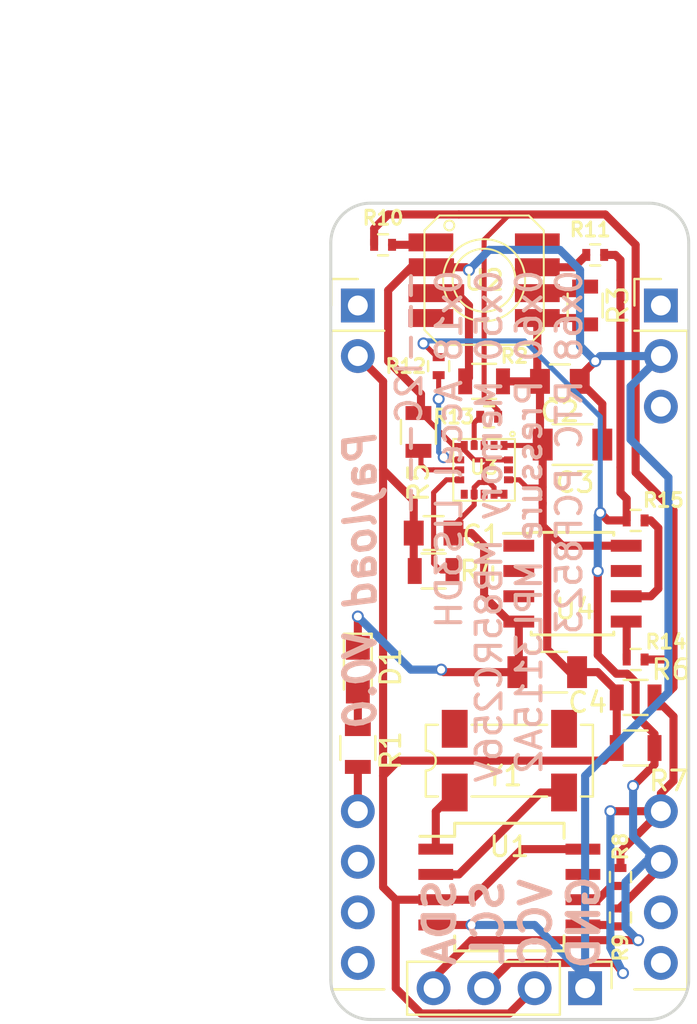
<source format=kicad_pcb>
(kicad_pcb (version 4) (host pcbnew 4.0.7)

  (general
    (links 59)
    (no_connects 0)
    (area 128.104999 73.524999 146.255001 114.675001)
    (thickness 1.6)
    (drawings 24)
    (tracks 249)
    (zones 0)
    (modules 28)
    (nets 41)
  )

  (page A4)
  (layers
    (0 F.Cu signal)
    (31 B.Cu signal)
    (32 B.Adhes user)
    (33 F.Adhes user)
    (34 B.Paste user)
    (35 F.Paste user)
    (36 B.SilkS user)
    (37 F.SilkS user)
    (38 B.Mask user)
    (39 F.Mask user)
    (40 Dwgs.User user)
    (41 Cmts.User user)
    (42 Eco1.User user)
    (43 Eco2.User user hide)
    (44 Edge.Cuts user)
    (45 Margin user)
    (46 B.CrtYd user)
    (47 F.CrtYd user)
    (48 B.Fab user)
    (49 F.Fab user hide)
  )

  (setup
    (last_trace_width 0.254)
    (user_trace_width 0.254)
    (user_trace_width 0.3048)
    (user_trace_width 0.4064)
    (user_trace_width 0.6096)
    (trace_clearance 0.2)
    (zone_clearance 0.508)
    (zone_45_only no)
    (trace_min 0.2)
    (segment_width 0.2)
    (edge_width 0.15)
    (via_size 0.6)
    (via_drill 0.4)
    (via_min_size 0.4)
    (via_min_drill 0.3)
    (uvia_size 0.3)
    (uvia_drill 0.1)
    (uvias_allowed no)
    (uvia_min_size 0.2)
    (uvia_min_drill 0.1)
    (pcb_text_width 0.3)
    (pcb_text_size 1.5 1.5)
    (mod_edge_width 0.15)
    (mod_text_size 1 1)
    (mod_text_width 0.15)
    (pad_size 1.6 1.6)
    (pad_drill 0.508)
    (pad_to_mask_clearance 0)
    (aux_axis_origin -2.54 3.81)
    (grid_origin 170.18 101.6)
    (visible_elements 7FFFFFFF)
    (pcbplotparams
      (layerselection 0x00030_80000001)
      (usegerberextensions false)
      (excludeedgelayer true)
      (linewidth 0.100000)
      (plotframeref false)
      (viasonmask false)
      (mode 1)
      (useauxorigin false)
      (hpglpennumber 1)
      (hpglpenspeed 20)
      (hpglpendiameter 15)
      (hpglpenoverlay 2)
      (psnegative false)
      (psa4output false)
      (plotreference true)
      (plotvalue true)
      (plotinvisibletext false)
      (padsonsilk false)
      (subtractmaskfromsilk false)
      (outputformat 1)
      (mirror false)
      (drillshape 1)
      (scaleselection 1)
      (outputdirectory ""))
  )

  (net 0 "")
  (net 1 "Net-(D1-Pad2)")
  (net 2 GND)
  (net 3 VCC)
  (net 4 /SCL)
  (net 5 /SDA)
  (net 6 "Net-(U1-Pad2)")
  (net 7 "Net-(U1-Pad7)")
  (net 8 "Net-(R4-Pad2)")
  (net 9 /SDO)
  (net 10 "Net-(U3-Pad3)")
  (net 11 "Net-(U3-Pad2)")
  (net 12 "Net-(U3-Pad9)")
  (net 13 "Net-(U3-Pad15)")
  (net 14 "Net-(J1-Pad1)")
  (net 15 "Net-(J1-Pad12)")
  (net 16 "Net-(J1-Pad13)")
  (net 17 "Net-(J1-Pad14)")
  (net 18 "Net-(J2-Pad1)")
  (net 19 "Net-(J2-Pad3)")
  (net 20 /INT6)
  (net 21 "Net-(J2-Pad13)")
  (net 22 "Net-(J2-Pad14)")
  (net 23 "Net-(R2-Pad1)")
  (net 24 "Net-(R3-Pad1)")
  (net 25 "Net-(U1-Pad1)")
  (net 26 "Net-(U2-Pad4)")
  (net 27 "Net-(U2-Pad8)")
  (net 28 /D13)
  (net 29 "Net-(R8-Pad2)")
  (net 30 "Net-(R9-Pad2)")
  (net 31 "Net-(R10-Pad2)")
  (net 32 "Net-(R11-Pad2)")
  (net 33 "Net-(R12-Pad1)")
  (net 34 "Net-(R13-Pad2)")
  (net 35 "Net-(R14-Pad2)")
  (net 36 "Net-(R15-Pad2)")
  (net 37 "Net-(U4-Pad1)")
  (net 38 "Net-(U4-Pad2)")
  (net 39 "Net-(U4-Pad3)")
  (net 40 "Net-(U4-Pad7)")

  (net_class Default "This is the default net class."
    (clearance 0.2)
    (trace_width 0.25)
    (via_dia 0.6)
    (via_drill 0.4)
    (uvia_dia 0.3)
    (uvia_drill 0.1)
    (add_net /D13)
    (add_net /INT6)
    (add_net /SCL)
    (add_net /SDA)
    (add_net /SDO)
    (add_net GND)
    (add_net "Net-(D1-Pad2)")
    (add_net "Net-(J1-Pad1)")
    (add_net "Net-(J1-Pad12)")
    (add_net "Net-(J1-Pad13)")
    (add_net "Net-(J1-Pad14)")
    (add_net "Net-(J2-Pad1)")
    (add_net "Net-(J2-Pad13)")
    (add_net "Net-(J2-Pad14)")
    (add_net "Net-(J2-Pad3)")
    (add_net "Net-(R10-Pad2)")
    (add_net "Net-(R11-Pad2)")
    (add_net "Net-(R12-Pad1)")
    (add_net "Net-(R13-Pad2)")
    (add_net "Net-(R14-Pad2)")
    (add_net "Net-(R15-Pad2)")
    (add_net "Net-(R2-Pad1)")
    (add_net "Net-(R3-Pad1)")
    (add_net "Net-(R4-Pad2)")
    (add_net "Net-(R8-Pad2)")
    (add_net "Net-(R9-Pad2)")
    (add_net "Net-(U1-Pad1)")
    (add_net "Net-(U1-Pad2)")
    (add_net "Net-(U1-Pad7)")
    (add_net "Net-(U2-Pad4)")
    (add_net "Net-(U2-Pad8)")
    (add_net "Net-(U3-Pad15)")
    (add_net "Net-(U3-Pad2)")
    (add_net "Net-(U3-Pad3)")
    (add_net "Net-(U3-Pad9)")
    (add_net "Net-(U4-Pad1)")
    (add_net "Net-(U4-Pad2)")
    (add_net "Net-(U4-Pad3)")
    (add_net "Net-(U4-Pad7)")
    (add_net VCC)
  )

  (module Pin_Headers:Pin_Header_Straight_1x14_Pitch2.54mm (layer F.Cu) (tedit 5B563527) (tstamp 5B560969)
    (at 129.54 78.74)
    (descr "Through hole straight pin header, 1x14, 2.54mm pitch, single row")
    (tags "Through hole pin header THT 1x14 2.54mm single row")
    (path /5B5636A7)
    (fp_text reference J1 (at 0 -2.33) (layer F.SilkS) hide
      (effects (font (size 1 1) (thickness 0.15)))
    )
    (fp_text value "Isty Left" (at 0 35.35) (layer F.Fab)
      (effects (font (size 1 1) (thickness 0.15)))
    )
    (fp_line (start -0.635 -1.27) (end 1.27 -1.27) (layer F.Fab) (width 0.1))
    (fp_line (start 1.27 34.29) (end -1.27 34.29) (layer F.Fab) (width 0.1))
    (fp_line (start -1.27 34.29) (end -1.27 -0.635) (layer F.Fab) (width 0.1))
    (fp_line (start -1.27 -0.635) (end -0.635 -1.27) (layer F.Fab) (width 0.1))
    (fp_line (start -1.33 34.35) (end 1.33 34.35) (layer F.SilkS) (width 0.12))
    (fp_line (start -1.33 1.27) (end -1.33 34.35) (layer F.SilkS) (width 0.12))
    (fp_line (start -1.33 1.27) (end 1.33 1.27) (layer F.SilkS) (width 0.12))
    (fp_line (start -1.33 0) (end -1.33 -1.33) (layer F.SilkS) (width 0.12))
    (fp_line (start -1.33 -1.33) (end 0 -1.33) (layer F.SilkS) (width 0.12))
    (fp_line (start -1.8 -1.8) (end -1.8 34.8) (layer F.CrtYd) (width 0.05))
    (fp_line (start -1.8 34.8) (end 1.8 34.8) (layer F.CrtYd) (width 0.05))
    (fp_line (start 1.8 34.8) (end 1.8 -1.8) (layer F.CrtYd) (width 0.05))
    (fp_line (start 1.8 -1.8) (end -1.8 -1.8) (layer F.CrtYd) (width 0.05))
    (fp_text user %R (at 0 16.51 90) (layer F.Fab)
      (effects (font (size 1 1) (thickness 0.15)))
    )
    (pad 1 thru_hole rect (at 0 0) (size 1.7 1.7) (drill 1) (layers *.Cu *.Mask)
      (net 14 "Net-(J1-Pad1)"))
    (pad 2 thru_hole oval (at 0 2.54) (size 1.7 1.7) (drill 1) (layers *.Cu *.Mask)
      (net 3 VCC))
    (pad 11 thru_hole oval (at 0 25.4) (size 1.7 1.7) (drill 1) (layers *.Cu *.Mask)
      (net 28 /D13))
    (pad 12 thru_hole oval (at 0 27.94) (size 1.7 1.7) (drill 1) (layers *.Cu *.Mask)
      (net 15 "Net-(J1-Pad12)"))
    (pad 13 thru_hole oval (at 0 30.48) (size 1.7 1.7) (drill 1) (layers *.Cu *.Mask)
      (net 16 "Net-(J1-Pad13)"))
    (pad 14 thru_hole oval (at 0 33.02) (size 1.7 1.7) (drill 1) (layers *.Cu *.Mask)
      (net 17 "Net-(J1-Pad14)"))
    (model ${KISYS3DMOD}/Pin_Headers.3dshapes/Pin_Header_Straight_1x14_Pitch2.54mm.wrl
      (at (xyz 0 0 0))
      (scale (xyz 1 1 1))
      (rotate (xyz 0 0 0))
    )
  )

  (module Pin_Headers:Pin_Header_Straight_1x14_Pitch2.54mm (layer F.Cu) (tedit 5B56351A) (tstamp 5B56098B)
    (at 144.78 78.74)
    (descr "Through hole straight pin header, 1x14, 2.54mm pitch, single row")
    (tags "Through hole pin header THT 1x14 2.54mm single row")
    (path /5B5636FE)
    (fp_text reference J2 (at 0 -2.33) (layer F.SilkS) hide
      (effects (font (size 1 1) (thickness 0.15)))
    )
    (fp_text value "Itsy Right" (at 0 35.35) (layer F.Fab)
      (effects (font (size 1 1) (thickness 0.15)))
    )
    (fp_line (start -0.635 -1.27) (end 1.27 -1.27) (layer F.Fab) (width 0.1))
    (fp_line (start 1.27 -1.27) (end 1.27 34.29) (layer F.Fab) (width 0.1))
    (fp_line (start 1.27 34.29) (end -1.27 34.29) (layer F.Fab) (width 0.1))
    (fp_line (start -1.27 34.29) (end -1.27 -0.635) (layer F.Fab) (width 0.1))
    (fp_line (start -1.27 -0.635) (end -0.635 -1.27) (layer F.Fab) (width 0.1))
    (fp_line (start -1.33 34.35) (end 1.33 34.35) (layer F.SilkS) (width 0.12))
    (fp_line (start 1.33 1.27) (end 1.33 34.35) (layer F.SilkS) (width 0.12))
    (fp_line (start -1.33 1.27) (end 1.33 1.27) (layer F.SilkS) (width 0.12))
    (fp_line (start -1.33 0) (end -1.33 -1.33) (layer F.SilkS) (width 0.12))
    (fp_line (start -1.33 -1.33) (end 0 -1.33) (layer F.SilkS) (width 0.12))
    (fp_line (start -1.8 -1.8) (end -1.8 34.8) (layer F.CrtYd) (width 0.05))
    (fp_line (start -1.8 34.8) (end 1.8 34.8) (layer F.CrtYd) (width 0.05))
    (fp_line (start 1.8 34.8) (end 1.8 -1.8) (layer F.CrtYd) (width 0.05))
    (fp_line (start 1.8 -1.8) (end -1.8 -1.8) (layer F.CrtYd) (width 0.05))
    (fp_text user %R (at 0 16.51 90) (layer F.Fab)
      (effects (font (size 1 1) (thickness 0.15)))
    )
    (pad 1 thru_hole rect (at 0 0) (size 1.7 1.7) (drill 1) (layers *.Cu *.Mask)
      (net 18 "Net-(J2-Pad1)"))
    (pad 2 thru_hole oval (at 0 2.54) (size 1.7 1.7) (drill 1) (layers *.Cu *.Mask)
      (net 2 GND))
    (pad 3 thru_hole oval (at 0 5.08) (size 1.7 1.7) (drill 1) (layers *.Cu *.Mask)
      (net 19 "Net-(J2-Pad3)"))
    (pad 11 thru_hole oval (at 0 25.4) (size 1.7 1.7) (drill 1) (layers *.Cu *.Mask)
      (net 4 /SCL))
    (pad 12 thru_hole oval (at 0 27.94) (size 1.7 1.7) (drill 1) (layers *.Cu *.Mask)
      (net 5 /SDA))
    (pad 13 thru_hole oval (at 0 30.48) (size 1.7 1.7) (drill 1) (layers *.Cu *.Mask)
      (net 21 "Net-(J2-Pad13)"))
    (pad 14 thru_hole oval (at 0 33.02) (size 1.7 1.7) (drill 1) (layers *.Cu *.Mask)
      (net 22 "Net-(J2-Pad14)"))
    (model ${KISYS3DMOD}/Pin_Headers.3dshapes/Pin_Header_Straight_1x14_Pitch2.54mm.wrl
      (at (xyz 0 0 0))
      (scale (xyz 1 1 1))
      (rotate (xyz 0 0 0))
    )
  )

  (module Pin_Headers:Pin_Header_Straight_1x04_Pitch2.54mm (layer F.Cu) (tedit 5B5620E1) (tstamp 5B560993)
    (at 140.97 113.03 270)
    (descr "Through hole straight pin header, 1x04, 2.54mm pitch, single row")
    (tags "Through hole pin header THT 1x04 2.54mm single row")
    (path /5B4A13C3)
    (fp_text reference J3 (at 0 -2.33 270) (layer F.SilkS) hide
      (effects (font (size 1 1) (thickness 0.15)))
    )
    (fp_text value Display (at 0 9.95 270) (layer F.Fab)
      (effects (font (size 1 1) (thickness 0.15)))
    )
    (fp_line (start -0.635 -1.27) (end 1.27 -1.27) (layer F.Fab) (width 0.1))
    (fp_line (start 1.27 -1.27) (end 1.27 8.89) (layer F.Fab) (width 0.1))
    (fp_line (start 1.27 8.89) (end -1.27 8.89) (layer F.Fab) (width 0.1))
    (fp_line (start -1.27 8.89) (end -1.27 -0.635) (layer F.Fab) (width 0.1))
    (fp_line (start -1.27 -0.635) (end -0.635 -1.27) (layer F.Fab) (width 0.1))
    (fp_line (start -1.33 8.95) (end 1.33 8.95) (layer F.SilkS) (width 0.12))
    (fp_line (start -1.33 1.27) (end -1.33 8.95) (layer F.SilkS) (width 0.12))
    (fp_line (start 1.33 1.27) (end 1.33 8.95) (layer F.SilkS) (width 0.12))
    (fp_line (start -1.33 1.27) (end 1.33 1.27) (layer F.SilkS) (width 0.12))
    (fp_line (start -1.33 0) (end -1.33 -1.33) (layer F.SilkS) (width 0.12))
    (fp_line (start -1.33 -1.33) (end 0 -1.33) (layer F.SilkS) (width 0.12))
    (fp_line (start -1.8 -1.8) (end -1.8 9.4) (layer F.CrtYd) (width 0.05))
    (fp_line (start -1.8 9.4) (end 1.8 9.4) (layer F.CrtYd) (width 0.05))
    (fp_line (start 1.8 9.4) (end 1.8 -1.8) (layer F.CrtYd) (width 0.05))
    (fp_line (start 1.8 -1.8) (end -1.8 -1.8) (layer F.CrtYd) (width 0.05))
    (fp_text user %R (at 0 3.81 360) (layer F.Fab)
      (effects (font (size 1 1) (thickness 0.15)))
    )
    (pad 1 thru_hole rect (at 0 0 270) (size 1.7 1.7) (drill 1) (layers *.Cu *.Mask)
      (net 2 GND))
    (pad 2 thru_hole oval (at 0 2.54 270) (size 1.7 1.7) (drill 1) (layers *.Cu *.Mask)
      (net 3 VCC))
    (pad 3 thru_hole oval (at 0 5.08 270) (size 1.7 1.7) (drill 1) (layers *.Cu *.Mask)
      (net 4 /SCL))
    (pad 4 thru_hole oval (at 0 7.62 270) (size 1.7 1.7) (drill 1) (layers *.Cu *.Mask)
      (net 5 /SDA))
    (model ${KISYS3DMOD}/Pin_Headers.3dshapes/Pin_Header_Straight_1x04_Pitch2.54mm.wrl
      (at (xyz 0 0 0))
      (scale (xyz 1 1 1))
      (rotate (xyz 0 0 0))
    )
  )

  (module Housings_SOIC:SO-8_5.3x6.2mm_Pitch1.27mm (layer F.Cu) (tedit 5B562120) (tstamp 5B5609B2)
    (at 137.16 107.95)
    (descr "8-Lead Plastic Small Outline, 5.3x6.2mm Body (http://www.ti.com.cn/cn/lit/ds/symlink/tl7705a.pdf)")
    (tags "SOIC 1.27")
    (path /5B561F14)
    (attr smd)
    (fp_text reference U1 (at 0 -2.032) (layer F.SilkS)
      (effects (font (size 1 1) (thickness 0.15)))
    )
    (fp_text value PCF8523 (at 0 4.13) (layer F.Fab)
      (effects (font (size 1 1) (thickness 0.15)))
    )
    (fp_text user %R (at 0 0) (layer F.Fab)
      (effects (font (size 1 1) (thickness 0.15)))
    )
    (fp_line (start -1.65 -3.1) (end 2.65 -3.1) (layer F.Fab) (width 0.15))
    (fp_line (start 2.65 -3.1) (end 2.65 3.1) (layer F.Fab) (width 0.15))
    (fp_line (start 2.65 3.1) (end -2.65 3.1) (layer F.Fab) (width 0.15))
    (fp_line (start -2.65 3.1) (end -2.65 -2.1) (layer F.Fab) (width 0.15))
    (fp_line (start -2.65 -2.1) (end -1.65 -3.1) (layer F.Fab) (width 0.15))
    (fp_line (start -4.83 -3.35) (end -4.83 3.35) (layer F.CrtYd) (width 0.05))
    (fp_line (start 4.83 -3.35) (end 4.83 3.35) (layer F.CrtYd) (width 0.05))
    (fp_line (start -4.83 -3.35) (end 4.83 -3.35) (layer F.CrtYd) (width 0.05))
    (fp_line (start -4.83 3.35) (end 4.83 3.35) (layer F.CrtYd) (width 0.05))
    (fp_line (start -2.75 -3.205) (end -2.75 -2.55) (layer F.SilkS) (width 0.15))
    (fp_line (start 2.75 -3.205) (end 2.75 -2.455) (layer F.SilkS) (width 0.15))
    (fp_line (start 2.75 3.205) (end 2.75 2.455) (layer F.SilkS) (width 0.15))
    (fp_line (start -2.75 3.205) (end -2.75 2.455) (layer F.SilkS) (width 0.15))
    (fp_line (start -2.75 -3.205) (end 2.75 -3.205) (layer F.SilkS) (width 0.15))
    (fp_line (start -2.75 3.205) (end 2.75 3.205) (layer F.SilkS) (width 0.15))
    (fp_line (start -2.75 -2.55) (end -4.5 -2.55) (layer F.SilkS) (width 0.15))
    (pad 1 smd rect (at -3.7 -1.905) (size 1.75 0.55) (layers F.Cu F.Paste F.Mask)
      (net 25 "Net-(U1-Pad1)"))
    (pad 2 smd rect (at -3.7 -0.635) (size 1.75 0.55) (layers F.Cu F.Paste F.Mask)
      (net 6 "Net-(U1-Pad2)"))
    (pad 3 smd rect (at -3.7 0.635) (size 1.75 0.55) (layers F.Cu F.Paste F.Mask)
      (net 3 VCC))
    (pad 4 smd rect (at -3.7 1.905) (size 1.75 0.55) (layers F.Cu F.Paste F.Mask)
      (net 2 GND))
    (pad 5 smd rect (at 3.7 1.905) (size 1.75 0.55) (layers F.Cu F.Paste F.Mask)
      (net 30 "Net-(R9-Pad2)"))
    (pad 6 smd rect (at 3.7 0.635) (size 1.75 0.55) (layers F.Cu F.Paste F.Mask)
      (net 29 "Net-(R8-Pad2)"))
    (pad 7 smd rect (at 3.7 -0.635) (size 1.75 0.55) (layers F.Cu F.Paste F.Mask)
      (net 7 "Net-(U1-Pad7)"))
    (pad 8 smd rect (at 3.7 -1.905) (size 1.75 0.55) (layers F.Cu F.Paste F.Mask)
      (net 3 VCC))
    (model ${KISYS3DMOD}/Housings_SOIC.3dshapes/SO-8_5.3x6.2mm_Pitch1.27mm.wrl
      (at (xyz 0 0 0))
      (scale (xyz 1 1 1))
      (rotate (xyz 0 0 0))
    )
  )

  (module footprints:MS5803 (layer F.Cu) (tedit 5B5621BA) (tstamp 5B5609BD)
    (at 135.89 77.47 180)
    (descr http://www.st.com/web/en/resource/technical/document/datasheet/CD00274221.pdf)
    (tags LIS3DH)
    (path /5B55AE7F)
    (fp_text reference U2 (at 0 0 180) (layer F.SilkS)
      (effects (font (size 1 1) (thickness 0.15)))
    )
    (fp_text value MS5803 (at 0 2.7 180) (layer F.Fab)
      (effects (font (size 1 1) (thickness 0.15)))
    )
    (fp_circle (center 0 0) (end -0.5 -1.5) (layer F.SilkS) (width 0.1))
    (fp_circle (center 0 0) (end -0.5 -2) (layer F.SilkS) (width 0.1))
    (fp_circle (center 1.75 2.75) (end 1.5 2.75) (layer F.SilkS) (width 0.1))
    (fp_line (start -3 -2.5) (end -3 2.5) (layer F.SilkS) (width 0.1))
    (fp_line (start -3 2.5) (end -2.25 3.25) (layer F.SilkS) (width 0.1))
    (fp_line (start -2.25 3.25) (end 2.25 3.25) (layer F.SilkS) (width 0.1))
    (fp_line (start 2.25 3.25) (end 3 2.5) (layer F.SilkS) (width 0.1))
    (fp_line (start 3 2.5) (end 3 -2.5) (layer F.SilkS) (width 0.1))
    (fp_line (start 3 -2.5) (end 2.25 -3.25) (layer F.SilkS) (width 0.1))
    (fp_line (start 2.25 -3.25) (end -2.25 -3.25) (layer F.SilkS) (width 0.1))
    (fp_line (start -2.25 -3.25) (end -3 -2.5) (layer F.SilkS) (width 0.1))
    (pad 1 smd rect (at 2.675 1.9 180) (size 2.25 0.9) (layers F.Cu F.Paste F.Mask)
      (net 31 "Net-(R10-Pad2)"))
    (pad 3 smd rect (at 2.4 -0.65 180) (size 2.8 0.9) (layers F.Cu F.Paste F.Mask)
      (net 23 "Net-(R2-Pad1)"))
    (pad 2 smd rect (at 2.65 0.65 180) (size 2.275 0.9) (layers F.Cu F.Paste F.Mask)
      (net 2 GND))
    (pad 4 smd rect (at 2.675 -1.9 180) (size 2.25 0.9) (layers F.Cu F.Paste F.Mask)
      (net 26 "Net-(U2-Pad4)"))
    (pad 5 smd rect (at -2.675 -1.9 180) (size 2.25 0.9) (layers F.Cu F.Paste F.Mask)
      (net 3 VCC))
    (pad 6 smd rect (at -2.675 -0.65 180) (size 2.25 0.9) (layers F.Cu F.Paste F.Mask)
      (net 24 "Net-(R3-Pad1)"))
    (pad 7 smd rect (at -2.675 0.65 180) (size 2.25 0.9) (layers F.Cu F.Paste F.Mask)
      (net 32 "Net-(R11-Pad2)"))
    (pad 8 smd rect (at -2.675 1.9 180) (size 2.25 0.9) (layers F.Cu F.Paste F.Mask)
      (net 27 "Net-(U2-Pad8)"))
    (model ${KIPRJMOD}/lib/3d/LGA-16.wrl
      (at (xyz 0 0 0))
      (scale (xyz 1 1 1))
      (rotate (xyz 0 0 0))
    )
  )

  (module footprints:LIS3DH (layer F.Cu) (tedit 5B563435) (tstamp 5B5609D3)
    (at 135.89 86.995 270)
    (path /5B525068)
    (fp_text reference U3 (at -0.127 0 360) (layer F.SilkS)
      (effects (font (size 0.7 0.7) (thickness 0.125)))
    )
    (fp_text value LIS3DH (at 0 2.02 270) (layer F.Fab)
      (effects (font (size 0.5 0.5) (thickness 0.125)))
    )
    (fp_circle (center -1.8 -1.426863) (end -1.72 -1.346863) (layer F.SilkS) (width 0.1))
    (fp_line (start 1.55 -1.55) (end 1.55 1.55) (layer F.SilkS) (width 0.1))
    (fp_line (start -1.55 -1.55) (end -1.55 1.55) (layer F.SilkS) (width 0.1))
    (fp_line (start -1.55 -1.55) (end 1.55 -1.55) (layer F.SilkS) (width 0.1))
    (fp_line (start -1.55 1.55) (end 1.55 1.55) (layer F.SilkS) (width 0.1))
    (pad 3 smd rect (at -1.225 0 270) (size 0.45 0.35) (layers F.Cu F.Paste F.Mask)
      (net 10 "Net-(U3-Pad3)"))
    (pad 11 smd rect (at 1.225 0 270) (size 0.45 0.35) (layers F.Cu F.Paste F.Mask)
      (net 20 /INT6))
    (pad 2 smd rect (at -1.225 -0.5 270) (size 0.45 0.35) (layers F.Cu F.Paste F.Mask)
      (net 11 "Net-(U3-Pad2)"))
    (pad 12 smd rect (at 1.225 -0.5 270) (size 0.45 0.35) (layers F.Cu F.Paste F.Mask)
      (net 2 GND))
    (pad 1 smd rect (at -1.225 -1 270) (size 0.45 0.35) (layers F.Cu F.Paste F.Mask)
      (net 3 VCC))
    (pad 13 smd rect (at 1.225 -1 270) (size 0.45 0.35) (layers F.Cu F.Paste F.Mask)
      (net 2 GND))
    (pad 9 smd rect (at 1.225 1 270) (size 0.45 0.35) (layers F.Cu F.Paste F.Mask)
      (net 12 "Net-(U3-Pad9)"))
    (pad 10 smd rect (at 1.225 0.5 270) (size 0.45 0.35) (layers F.Cu F.Paste F.Mask)
      (net 2 GND))
    (pad 7 smd rect (at 0 1.225) (size 0.45 0.35) (layers F.Cu F.Paste F.Mask)
      (net 9 /SDO))
    (pad 4 smd rect (at -1.225 0.5 270) (size 0.45 0.35) (layers F.Cu F.Paste F.Mask)
      (net 34 "Net-(R13-Pad2)"))
    (pad 5 smd rect (at -1.225 1 270) (size 0.45 0.35) (layers F.Cu F.Paste F.Mask)
      (net 2 GND))
    (pad 8 smd rect (at 0.5 1.225) (size 0.45 0.35) (layers F.Cu F.Paste F.Mask)
      (net 8 "Net-(R4-Pad2)"))
    (pad 6 smd rect (at -0.5 1.225) (size 0.45 0.35) (layers F.Cu F.Paste F.Mask)
      (net 33 "Net-(R12-Pad1)"))
    (pad 15 smd rect (at 0 -1.225) (size 0.45 0.35) (layers F.Cu F.Paste F.Mask)
      (net 13 "Net-(U3-Pad15)"))
    (pad 14 smd rect (at 0.5 -1.225) (size 0.45 0.35) (layers F.Cu F.Paste F.Mask)
      (net 3 VCC))
    (pad 16 smd rect (at -0.5 -1.225) (size 0.45 0.35) (layers F.Cu F.Paste F.Mask)
      (net 2 GND))
  )

  (module Crystals:Crystal_SMD_SeikoEpson_MC306-4pin_8.0x3.2mm (layer F.Cu) (tedit 5B562127) (tstamp 5B5609F2)
    (at 137.16 101.6)
    (descr "SMD Crystal Seiko Epson MC-306 https://support.epson.biz/td/api/doc_check.php?dl=brief_MC-306_en.pdf, 8.0x3.2mm^2 package")
    (tags "SMD SMT crystal")
    (path /5B56189E)
    (attr smd)
    (fp_text reference Y1 (at -0.254 0.762) (layer F.SilkS)
      (effects (font (size 1 1) (thickness 0.15)))
    )
    (fp_text value "32.768 KHz" (at 0 3.55) (layer F.Fab)
      (effects (font (size 1 1) (thickness 0.15)))
    )
    (fp_text user %R (at 0 0) (layer F.Fab)
      (effects (font (size 1 1) (thickness 0.15)))
    )
    (fp_line (start -4 -0.5) (end -4 -1.6) (layer F.Fab) (width 0.1))
    (fp_line (start -4 -1.6) (end 4 -1.6) (layer F.Fab) (width 0.1))
    (fp_line (start 4 -1.6) (end 4 1.6) (layer F.Fab) (width 0.1))
    (fp_line (start 4 1.6) (end -4 1.6) (layer F.Fab) (width 0.1))
    (fp_line (start -4 1.6) (end -4 0.5) (layer F.Fab) (width 0.1))
    (fp_line (start 3.6 -1.8) (end 4.2 -1.8) (layer F.SilkS) (width 0.12))
    (fp_line (start 4.2 -1.8) (end 4.2 1.8) (layer F.SilkS) (width 0.12))
    (fp_line (start 4.2 1.8) (end 3.6 1.8) (layer F.SilkS) (width 0.12))
    (fp_line (start -1.9 -1.8) (end 1.9 -1.8) (layer F.SilkS) (width 0.12))
    (fp_line (start -4.2 -0.5) (end -4.2 -1.8) (layer F.SilkS) (width 0.12))
    (fp_line (start -4.2 1.8) (end -4.2 0.5) (layer F.SilkS) (width 0.12))
    (fp_line (start -4.2 -1.8) (end -3.6 -1.8) (layer F.SilkS) (width 0.12))
    (fp_line (start -4.2 1.8) (end -3.6 1.8) (layer F.SilkS) (width 0.12))
    (fp_line (start 1.9 1.8) (end -1.9 1.8) (layer F.SilkS) (width 0.12))
    (fp_line (start -4.3 -2.8) (end -4.3 2.8) (layer F.CrtYd) (width 0.05))
    (fp_line (start -4.3 2.8) (end 4.3 2.8) (layer F.CrtYd) (width 0.05))
    (fp_line (start 4.3 2.8) (end 4.3 -2.8) (layer F.CrtYd) (width 0.05))
    (fp_line (start 4.3 -2.8) (end -4.3 -2.8) (layer F.CrtYd) (width 0.05))
    (fp_arc (start -4 0) (end -4 -0.5) (angle 180) (layer F.Fab) (width 0.1))
    (fp_arc (start -4.2 0) (end -4.2 -0.5) (angle 180) (layer F.SilkS) (width 0.12))
    (pad 1 smd rect (at -2.75 1.6) (size 1.3 1.9) (layers F.Cu F.Paste F.Mask)
      (net 25 "Net-(U1-Pad1)"))
    (pad 2 smd rect (at 2.75 1.6) (size 1.3 1.9) (layers F.Cu F.Paste F.Mask)
      (net 6 "Net-(U1-Pad2)"))
    (pad 3 smd rect (at 2.75 -1.6) (size 1.3 1.9) (layers F.Cu F.Paste F.Mask))
    (pad 4 smd rect (at -2.75 -1.6) (size 1.3 1.9) (layers F.Cu F.Paste F.Mask))
    (model ${KISYS3DMOD}/Crystals.3dshapes/Crystal_SMD_SeikoEpson_MC306-4pin_8.0x3.2mm.wrl
      (at (xyz 0 0 0))
      (scale (xyz 1 1 1))
      (rotate (xyz 0 0 0))
    )
  )

  (module Capacitors_SMD:C_0805 (layer F.Cu) (tedit 5B56346F) (tstamp 5B560B0A)
    (at 133.35 90.17)
    (descr "Capacitor SMD 0805, reflow soldering, AVX (see smccp.pdf)")
    (tags "capacitor 0805")
    (path /5B525D62)
    (attr smd)
    (fp_text reference C1 (at 2.413 0.127) (layer F.SilkS)
      (effects (font (size 1 1) (thickness 0.15)))
    )
    (fp_text value 0.1uF (at 0 1.75) (layer F.Fab)
      (effects (font (size 1 1) (thickness 0.15)))
    )
    (fp_text user %R (at 0 -1.5) (layer F.Fab)
      (effects (font (size 1 1) (thickness 0.15)))
    )
    (fp_line (start -1 0.62) (end -1 -0.62) (layer F.Fab) (width 0.1))
    (fp_line (start 1 0.62) (end -1 0.62) (layer F.Fab) (width 0.1))
    (fp_line (start 1 -0.62) (end 1 0.62) (layer F.Fab) (width 0.1))
    (fp_line (start -1 -0.62) (end 1 -0.62) (layer F.Fab) (width 0.1))
    (fp_line (start 0.5 -0.85) (end -0.5 -0.85) (layer F.SilkS) (width 0.12))
    (fp_line (start -0.5 0.85) (end 0.5 0.85) (layer F.SilkS) (width 0.12))
    (fp_line (start -1.75 -0.88) (end 1.75 -0.88) (layer F.CrtYd) (width 0.05))
    (fp_line (start -1.75 -0.88) (end -1.75 0.87) (layer F.CrtYd) (width 0.05))
    (fp_line (start 1.75 0.87) (end 1.75 -0.88) (layer F.CrtYd) (width 0.05))
    (fp_line (start 1.75 0.87) (end -1.75 0.87) (layer F.CrtYd) (width 0.05))
    (pad 1 smd rect (at -1 0) (size 1 1.25) (layers F.Cu F.Paste F.Mask)
      (net 3 VCC))
    (pad 2 smd rect (at 1 0) (size 1 1.25) (layers F.Cu F.Paste F.Mask)
      (net 2 GND))
    (model Capacitors_SMD.3dshapes/C_0805.wrl
      (at (xyz 0 0 0))
      (scale (xyz 1 1 1))
      (rotate (xyz 0 0 0))
    )
  )

  (module Capacitors_SMD:C_0805 (layer F.Cu) (tedit 5B562271) (tstamp 5B560B10)
    (at 139.7 82.55)
    (descr "Capacitor SMD 0805, reflow soldering, AVX (see smccp.pdf)")
    (tags "capacitor 0805")
    (path /5B55A9B1)
    (attr smd)
    (fp_text reference C2 (at 0 1.524) (layer F.SilkS)
      (effects (font (size 1 1) (thickness 0.15)))
    )
    (fp_text value 0.1uF (at 0 1.75) (layer F.Fab)
      (effects (font (size 1 1) (thickness 0.15)))
    )
    (fp_text user %R (at 0 -1.5) (layer F.Fab)
      (effects (font (size 1 1) (thickness 0.15)))
    )
    (fp_line (start -1 0.62) (end -1 -0.62) (layer F.Fab) (width 0.1))
    (fp_line (start 1 0.62) (end -1 0.62) (layer F.Fab) (width 0.1))
    (fp_line (start 1 -0.62) (end 1 0.62) (layer F.Fab) (width 0.1))
    (fp_line (start -1 -0.62) (end 1 -0.62) (layer F.Fab) (width 0.1))
    (fp_line (start 0.5 -0.85) (end -0.5 -0.85) (layer F.SilkS) (width 0.12))
    (fp_line (start -0.5 0.85) (end 0.5 0.85) (layer F.SilkS) (width 0.12))
    (fp_line (start -1.75 -0.88) (end 1.75 -0.88) (layer F.CrtYd) (width 0.05))
    (fp_line (start -1.75 -0.88) (end -1.75 0.87) (layer F.CrtYd) (width 0.05))
    (fp_line (start 1.75 0.87) (end 1.75 -0.88) (layer F.CrtYd) (width 0.05))
    (fp_line (start 1.75 0.87) (end -1.75 0.87) (layer F.CrtYd) (width 0.05))
    (pad 1 smd rect (at -1 0) (size 1 1.25) (layers F.Cu F.Paste F.Mask)
      (net 3 VCC))
    (pad 2 smd rect (at 1 0) (size 1 1.25) (layers F.Cu F.Paste F.Mask)
      (net 2 GND))
    (model Capacitors_SMD.3dshapes/C_0805.wrl
      (at (xyz 0 0 0))
      (scale (xyz 1 1 1))
      (rotate (xyz 0 0 0))
    )
  )

  (module Capacitors_SMD:C_1206 (layer F.Cu) (tedit 5B562158) (tstamp 5B560B16)
    (at 140.335 85.725)
    (descr "Capacitor SMD 1206, reflow soldering, AVX (see smccp.pdf)")
    (tags "capacitor 1206")
    (path /5B526001)
    (attr smd)
    (fp_text reference C3 (at 0.127 1.905) (layer F.SilkS)
      (effects (font (size 1 1) (thickness 0.15)))
    )
    (fp_text value 10uF (at 0 2) (layer F.Fab)
      (effects (font (size 1 1) (thickness 0.15)))
    )
    (fp_text user %R (at 0 -1.75) (layer F.Fab)
      (effects (font (size 1 1) (thickness 0.15)))
    )
    (fp_line (start -1.6 0.8) (end -1.6 -0.8) (layer F.Fab) (width 0.1))
    (fp_line (start 1.6 0.8) (end -1.6 0.8) (layer F.Fab) (width 0.1))
    (fp_line (start 1.6 -0.8) (end 1.6 0.8) (layer F.Fab) (width 0.1))
    (fp_line (start -1.6 -0.8) (end 1.6 -0.8) (layer F.Fab) (width 0.1))
    (fp_line (start 1 -1.02) (end -1 -1.02) (layer F.SilkS) (width 0.12))
    (fp_line (start -1 1.02) (end 1 1.02) (layer F.SilkS) (width 0.12))
    (fp_line (start -2.25 -1.05) (end 2.25 -1.05) (layer F.CrtYd) (width 0.05))
    (fp_line (start -2.25 -1.05) (end -2.25 1.05) (layer F.CrtYd) (width 0.05))
    (fp_line (start 2.25 1.05) (end 2.25 -1.05) (layer F.CrtYd) (width 0.05))
    (fp_line (start 2.25 1.05) (end -2.25 1.05) (layer F.CrtYd) (width 0.05))
    (pad 1 smd rect (at -1.5 0) (size 1 1.6) (layers F.Cu F.Paste F.Mask)
      (net 3 VCC))
    (pad 2 smd rect (at 1.5 0) (size 1 1.6) (layers F.Cu F.Paste F.Mask)
      (net 2 GND))
    (model Capacitors_SMD.3dshapes/C_1206.wrl
      (at (xyz 0 0 0))
      (scale (xyz 1 1 1))
      (rotate (xyz 0 0 0))
    )
  )

  (module LEDs:LED_0805 (layer F.Cu) (tedit 5B563A99) (tstamp 5B560B1C)
    (at 129.54 97.028 270)
    (descr "LED 0805 smd package")
    (tags "LED led 0805 SMD smd SMT smt smdled SMDLED smtled SMTLED")
    (path /5B4A84E5)
    (attr smd)
    (fp_text reference D1 (at -0.127 -1.651 270) (layer F.SilkS)
      (effects (font (size 1 1) (thickness 0.15)))
    )
    (fp_text value LED (at 0 1.55 270) (layer F.Fab)
      (effects (font (size 1 1) (thickness 0.15)))
    )
    (fp_line (start -1.8 -0.7) (end -1.8 0.7) (layer F.SilkS) (width 0.12))
    (fp_line (start -0.4 -0.4) (end -0.4 0.4) (layer F.Fab) (width 0.1))
    (fp_line (start -0.4 0) (end 0.2 -0.4) (layer F.Fab) (width 0.1))
    (fp_line (start 0.2 0.4) (end -0.4 0) (layer F.Fab) (width 0.1))
    (fp_line (start 0.2 -0.4) (end 0.2 0.4) (layer F.Fab) (width 0.1))
    (fp_line (start 1 0.6) (end -1 0.6) (layer F.Fab) (width 0.1))
    (fp_line (start 1 -0.6) (end 1 0.6) (layer F.Fab) (width 0.1))
    (fp_line (start -1 -0.6) (end 1 -0.6) (layer F.Fab) (width 0.1))
    (fp_line (start -1 0.6) (end -1 -0.6) (layer F.Fab) (width 0.1))
    (fp_line (start -1.8 0.7) (end 1 0.7) (layer F.SilkS) (width 0.12))
    (fp_line (start -1.8 -0.7) (end 1 -0.7) (layer F.SilkS) (width 0.12))
    (fp_line (start 1.95 -0.85) (end 1.95 0.85) (layer F.CrtYd) (width 0.05))
    (fp_line (start 1.95 0.85) (end -1.95 0.85) (layer F.CrtYd) (width 0.05))
    (fp_line (start -1.95 0.85) (end -1.95 -0.85) (layer F.CrtYd) (width 0.05))
    (fp_line (start -1.95 -0.85) (end 1.95 -0.85) (layer F.CrtYd) (width 0.05))
    (fp_text user %R (at 0 -1.25 270) (layer F.Fab)
      (effects (font (size 0.4 0.4) (thickness 0.1)))
    )
    (pad 2 smd rect (at 1.1 0 90) (size 1.2 1.2) (layers F.Cu F.Paste F.Mask)
      (net 1 "Net-(D1-Pad2)"))
    (pad 1 smd rect (at -1.1 0 90) (size 1.2 1.2) (layers F.Cu F.Paste F.Mask)
      (net 2 GND))
    (model ${KISYS3DMOD}/LEDs.3dshapes/LED_0805.wrl
      (at (xyz 0 0 0))
      (scale (xyz 1 1 1))
      (rotate (xyz 0 0 180))
    )
  )

  (module Resistors_SMD:R_0805 (layer F.Cu) (tedit 5B563A96) (tstamp 5B560B22)
    (at 129.54 100.965 270)
    (descr "Resistor SMD 0805, reflow soldering, Vishay (see dcrcw.pdf)")
    (tags "resistor 0805")
    (path /5B4A8477)
    (attr smd)
    (fp_text reference R1 (at 0.127 -1.651 450) (layer F.SilkS)
      (effects (font (size 1 1) (thickness 0.15)))
    )
    (fp_text value 1K (at 0 1.75 270) (layer F.Fab)
      (effects (font (size 1 1) (thickness 0.15)))
    )
    (fp_text user %R (at 0 0 270) (layer F.Fab)
      (effects (font (size 0.5 0.5) (thickness 0.075)))
    )
    (fp_line (start -1 0.62) (end -1 -0.62) (layer F.Fab) (width 0.1))
    (fp_line (start 1 0.62) (end -1 0.62) (layer F.Fab) (width 0.1))
    (fp_line (start 1 -0.62) (end 1 0.62) (layer F.Fab) (width 0.1))
    (fp_line (start -1 -0.62) (end 1 -0.62) (layer F.Fab) (width 0.1))
    (fp_line (start 0.6 0.88) (end -0.6 0.88) (layer F.SilkS) (width 0.12))
    (fp_line (start -0.6 -0.88) (end 0.6 -0.88) (layer F.SilkS) (width 0.12))
    (fp_line (start -1.55 -0.9) (end 1.55 -0.9) (layer F.CrtYd) (width 0.05))
    (fp_line (start -1.55 -0.9) (end -1.55 0.9) (layer F.CrtYd) (width 0.05))
    (fp_line (start 1.55 0.9) (end 1.55 -0.9) (layer F.CrtYd) (width 0.05))
    (fp_line (start 1.55 0.9) (end -1.55 0.9) (layer F.CrtYd) (width 0.05))
    (pad 1 smd rect (at -0.95 0 270) (size 0.7 1.3) (layers F.Cu F.Paste F.Mask)
      (net 1 "Net-(D1-Pad2)"))
    (pad 2 smd rect (at 0.95 0 270) (size 0.7 1.3) (layers F.Cu F.Paste F.Mask)
      (net 28 /D13))
    (model ${KISYS3DMOD}/Resistors_SMD.3dshapes/R_0805.wrl
      (at (xyz 0 0 0))
      (scale (xyz 1 1 1))
      (rotate (xyz 0 0 0))
    )
  )

  (module Resistors_SMD:R_0805 (layer F.Cu) (tedit 5B56225D) (tstamp 5B560B28)
    (at 135.89 82.55)
    (descr "Resistor SMD 0805, reflow soldering, Vishay (see dcrcw.pdf)")
    (tags "resistor 0805")
    (path /5B55AF2E)
    (attr smd)
    (fp_text reference R2 (at 1.524 -1.27) (layer F.SilkS)
      (effects (font (size 0.7 0.7) (thickness 0.15)))
    )
    (fp_text value 10K (at 0 1.75) (layer F.Fab)
      (effects (font (size 1 1) (thickness 0.15)))
    )
    (fp_text user %R (at 0 0) (layer F.Fab)
      (effects (font (size 0.5 0.5) (thickness 0.075)))
    )
    (fp_line (start -1 0.62) (end -1 -0.62) (layer F.Fab) (width 0.1))
    (fp_line (start 1 0.62) (end -1 0.62) (layer F.Fab) (width 0.1))
    (fp_line (start 1 -0.62) (end 1 0.62) (layer F.Fab) (width 0.1))
    (fp_line (start -1 -0.62) (end 1 -0.62) (layer F.Fab) (width 0.1))
    (fp_line (start 0.6 0.88) (end -0.6 0.88) (layer F.SilkS) (width 0.12))
    (fp_line (start -0.6 -0.88) (end 0.6 -0.88) (layer F.SilkS) (width 0.12))
    (fp_line (start -1.55 -0.9) (end 1.55 -0.9) (layer F.CrtYd) (width 0.05))
    (fp_line (start -1.55 -0.9) (end -1.55 0.9) (layer F.CrtYd) (width 0.05))
    (fp_line (start 1.55 0.9) (end 1.55 -0.9) (layer F.CrtYd) (width 0.05))
    (fp_line (start 1.55 0.9) (end -1.55 0.9) (layer F.CrtYd) (width 0.05))
    (pad 1 smd rect (at -0.95 0) (size 0.7 1.3) (layers F.Cu F.Paste F.Mask)
      (net 23 "Net-(R2-Pad1)"))
    (pad 2 smd rect (at 0.95 0) (size 0.7 1.3) (layers F.Cu F.Paste F.Mask)
      (net 3 VCC))
    (model ${KISYS3DMOD}/Resistors_SMD.3dshapes/R_0805.wrl
      (at (xyz 0 0 0))
      (scale (xyz 1 1 1))
      (rotate (xyz 0 0 0))
    )
  )

  (module Resistors_SMD:R_0805 (layer F.Cu) (tedit 58E0A804) (tstamp 5B560B2E)
    (at 140.97 78.74 270)
    (descr "Resistor SMD 0805, reflow soldering, Vishay (see dcrcw.pdf)")
    (tags "resistor 0805")
    (path /5B55A91C)
    (attr smd)
    (fp_text reference R3 (at 0 -1.65 270) (layer F.SilkS)
      (effects (font (size 1 1) (thickness 0.15)))
    )
    (fp_text value 10K (at 0 1.75 270) (layer F.Fab)
      (effects (font (size 1 1) (thickness 0.15)))
    )
    (fp_text user %R (at 0 0 270) (layer F.Fab)
      (effects (font (size 0.5 0.5) (thickness 0.075)))
    )
    (fp_line (start -1 0.62) (end -1 -0.62) (layer F.Fab) (width 0.1))
    (fp_line (start 1 0.62) (end -1 0.62) (layer F.Fab) (width 0.1))
    (fp_line (start 1 -0.62) (end 1 0.62) (layer F.Fab) (width 0.1))
    (fp_line (start -1 -0.62) (end 1 -0.62) (layer F.Fab) (width 0.1))
    (fp_line (start 0.6 0.88) (end -0.6 0.88) (layer F.SilkS) (width 0.12))
    (fp_line (start -0.6 -0.88) (end 0.6 -0.88) (layer F.SilkS) (width 0.12))
    (fp_line (start -1.55 -0.9) (end 1.55 -0.9) (layer F.CrtYd) (width 0.05))
    (fp_line (start -1.55 -0.9) (end -1.55 0.9) (layer F.CrtYd) (width 0.05))
    (fp_line (start 1.55 0.9) (end 1.55 -0.9) (layer F.CrtYd) (width 0.05))
    (fp_line (start 1.55 0.9) (end -1.55 0.9) (layer F.CrtYd) (width 0.05))
    (pad 1 smd rect (at -0.95 0 270) (size 0.7 1.3) (layers F.Cu F.Paste F.Mask)
      (net 24 "Net-(R3-Pad1)"))
    (pad 2 smd rect (at 0.95 0 270) (size 0.7 1.3) (layers F.Cu F.Paste F.Mask)
      (net 3 VCC))
    (model ${KISYS3DMOD}/Resistors_SMD.3dshapes/R_0805.wrl
      (at (xyz 0 0 0))
      (scale (xyz 1 1 1))
      (rotate (xyz 0 0 0))
    )
  )

  (module Resistors_SMD:R_0805 (layer F.Cu) (tedit 5B563472) (tstamp 5B560B34)
    (at 133.35 92.075)
    (descr "Resistor SMD 0805, reflow soldering, Vishay (see dcrcw.pdf)")
    (tags "resistor 0805")
    (path /5B526F0E)
    (attr smd)
    (fp_text reference R4 (at 2.286 0) (layer F.SilkS)
      (effects (font (size 1 1) (thickness 0.15)))
    )
    (fp_text value 10K (at 0 1.75) (layer F.Fab)
      (effects (font (size 1 1) (thickness 0.15)))
    )
    (fp_text user %R (at 0 0) (layer F.Fab)
      (effects (font (size 0.5 0.5) (thickness 0.075)))
    )
    (fp_line (start -1 0.62) (end -1 -0.62) (layer F.Fab) (width 0.1))
    (fp_line (start 1 0.62) (end -1 0.62) (layer F.Fab) (width 0.1))
    (fp_line (start 1 -0.62) (end 1 0.62) (layer F.Fab) (width 0.1))
    (fp_line (start -1 -0.62) (end 1 -0.62) (layer F.Fab) (width 0.1))
    (fp_line (start 0.6 0.88) (end -0.6 0.88) (layer F.SilkS) (width 0.12))
    (fp_line (start -0.6 -0.88) (end 0.6 -0.88) (layer F.SilkS) (width 0.12))
    (fp_line (start -1.55 -0.9) (end 1.55 -0.9) (layer F.CrtYd) (width 0.05))
    (fp_line (start -1.55 -0.9) (end -1.55 0.9) (layer F.CrtYd) (width 0.05))
    (fp_line (start 1.55 0.9) (end 1.55 -0.9) (layer F.CrtYd) (width 0.05))
    (fp_line (start 1.55 0.9) (end -1.55 0.9) (layer F.CrtYd) (width 0.05))
    (pad 1 smd rect (at -0.95 0) (size 0.7 1.3) (layers F.Cu F.Paste F.Mask)
      (net 3 VCC))
    (pad 2 smd rect (at 0.95 0) (size 0.7 1.3) (layers F.Cu F.Paste F.Mask)
      (net 8 "Net-(R4-Pad2)"))
    (model ${KISYS3DMOD}/Resistors_SMD.3dshapes/R_0805.wrl
      (at (xyz 0 0 0))
      (scale (xyz 1 1 1))
      (rotate (xyz 0 0 0))
    )
  )

  (module Resistors_SMD:R_0805 (layer F.Cu) (tedit 5B562163) (tstamp 5B560B3A)
    (at 132.588 85.09 270)
    (descr "Resistor SMD 0805, reflow soldering, Vishay (see dcrcw.pdf)")
    (tags "resistor 0805")
    (path /5B526D01)
    (attr smd)
    (fp_text reference R5 (at 2.54 0 270) (layer F.SilkS)
      (effects (font (size 1 1) (thickness 0.15)))
    )
    (fp_text value 10K (at 0 1.75 270) (layer F.Fab)
      (effects (font (size 1 1) (thickness 0.15)))
    )
    (fp_text user %R (at 0 0 270) (layer F.Fab)
      (effects (font (size 0.5 0.5) (thickness 0.075)))
    )
    (fp_line (start -1 0.62) (end -1 -0.62) (layer F.Fab) (width 0.1))
    (fp_line (start 1 0.62) (end -1 0.62) (layer F.Fab) (width 0.1))
    (fp_line (start 1 -0.62) (end 1 0.62) (layer F.Fab) (width 0.1))
    (fp_line (start -1 -0.62) (end 1 -0.62) (layer F.Fab) (width 0.1))
    (fp_line (start 0.6 0.88) (end -0.6 0.88) (layer F.SilkS) (width 0.12))
    (fp_line (start -0.6 -0.88) (end 0.6 -0.88) (layer F.SilkS) (width 0.12))
    (fp_line (start -1.55 -0.9) (end 1.55 -0.9) (layer F.CrtYd) (width 0.05))
    (fp_line (start -1.55 -0.9) (end -1.55 0.9) (layer F.CrtYd) (width 0.05))
    (fp_line (start 1.55 0.9) (end 1.55 -0.9) (layer F.CrtYd) (width 0.05))
    (fp_line (start 1.55 0.9) (end -1.55 0.9) (layer F.CrtYd) (width 0.05))
    (pad 1 smd rect (at -0.95 0 270) (size 0.7 1.3) (layers F.Cu F.Paste F.Mask)
      (net 2 GND))
    (pad 2 smd rect (at 0.95 0 270) (size 0.7 1.3) (layers F.Cu F.Paste F.Mask)
      (net 9 /SDO))
    (model ${KISYS3DMOD}/Resistors_SMD.3dshapes/R_0805.wrl
      (at (xyz 0 0 0))
      (scale (xyz 1 1 1))
      (rotate (xyz 0 0 0))
    )
  )

  (module Resistors_SMD:R_0805 (layer F.Cu) (tedit 5B563422) (tstamp 5B561B96)
    (at 143.51 98.425)
    (descr "Resistor SMD 0805, reflow soldering, Vishay (see dcrcw.pdf)")
    (tags "resistor 0805")
    (path /5B5694FE)
    (attr smd)
    (fp_text reference R6 (at 1.778 -1.397) (layer F.SilkS)
      (effects (font (size 1 1) (thickness 0.15)))
    )
    (fp_text value 4K7 (at 0 1.75) (layer F.Fab)
      (effects (font (size 1 1) (thickness 0.15)))
    )
    (fp_text user %R (at 0 0) (layer F.Fab)
      (effects (font (size 0.5 0.5) (thickness 0.075)))
    )
    (fp_line (start -1 0.62) (end -1 -0.62) (layer F.Fab) (width 0.1))
    (fp_line (start 1 0.62) (end -1 0.62) (layer F.Fab) (width 0.1))
    (fp_line (start 1 -0.62) (end 1 0.62) (layer F.Fab) (width 0.1))
    (fp_line (start -1 -0.62) (end 1 -0.62) (layer F.Fab) (width 0.1))
    (fp_line (start 0.6 0.88) (end -0.6 0.88) (layer F.SilkS) (width 0.12))
    (fp_line (start -0.6 -0.88) (end 0.6 -0.88) (layer F.SilkS) (width 0.12))
    (fp_line (start -1.55 -0.9) (end 1.55 -0.9) (layer F.CrtYd) (width 0.05))
    (fp_line (start -1.55 -0.9) (end -1.55 0.9) (layer F.CrtYd) (width 0.05))
    (fp_line (start 1.55 0.9) (end 1.55 -0.9) (layer F.CrtYd) (width 0.05))
    (fp_line (start 1.55 0.9) (end -1.55 0.9) (layer F.CrtYd) (width 0.05))
    (pad 1 smd rect (at -0.95 0) (size 0.7 1.3) (layers F.Cu F.Paste F.Mask)
      (net 3 VCC))
    (pad 2 smd rect (at 0.95 0) (size 0.7 1.3) (layers F.Cu F.Paste F.Mask)
      (net 4 /SCL))
    (model ${KISYS3DMOD}/Resistors_SMD.3dshapes/R_0805.wrl
      (at (xyz 0 0 0))
      (scale (xyz 1 1 1))
      (rotate (xyz 0 0 0))
    )
  )

  (module Resistors_SMD:R_0805 (layer F.Cu) (tedit 5B5634F8) (tstamp 5B561B9C)
    (at 143.51 100.965)
    (descr "Resistor SMD 0805, reflow soldering, Vishay (see dcrcw.pdf)")
    (tags "resistor 0805")
    (path /5B5696E0)
    (attr smd)
    (fp_text reference R7 (at 1.651 1.651) (layer F.SilkS)
      (effects (font (size 1 1) (thickness 0.15)))
    )
    (fp_text value 4K7 (at 0 1.75) (layer F.Fab)
      (effects (font (size 1 1) (thickness 0.15)))
    )
    (fp_text user %R (at 0 0) (layer F.Fab)
      (effects (font (size 0.5 0.5) (thickness 0.075)))
    )
    (fp_line (start -1 0.62) (end -1 -0.62) (layer F.Fab) (width 0.1))
    (fp_line (start 1 0.62) (end -1 0.62) (layer F.Fab) (width 0.1))
    (fp_line (start 1 -0.62) (end 1 0.62) (layer F.Fab) (width 0.1))
    (fp_line (start -1 -0.62) (end 1 -0.62) (layer F.Fab) (width 0.1))
    (fp_line (start 0.6 0.88) (end -0.6 0.88) (layer F.SilkS) (width 0.12))
    (fp_line (start -0.6 -0.88) (end 0.6 -0.88) (layer F.SilkS) (width 0.12))
    (fp_line (start -1.55 -0.9) (end 1.55 -0.9) (layer F.CrtYd) (width 0.05))
    (fp_line (start -1.55 -0.9) (end -1.55 0.9) (layer F.CrtYd) (width 0.05))
    (fp_line (start 1.55 0.9) (end 1.55 -0.9) (layer F.CrtYd) (width 0.05))
    (fp_line (start 1.55 0.9) (end -1.55 0.9) (layer F.CrtYd) (width 0.05))
    (pad 1 smd rect (at -0.95 0) (size 0.7 1.3) (layers F.Cu F.Paste F.Mask)
      (net 3 VCC))
    (pad 2 smd rect (at 0.95 0) (size 0.7 1.3) (layers F.Cu F.Paste F.Mask)
      (net 5 /SDA))
    (model ${KISYS3DMOD}/Resistors_SMD.3dshapes/R_0805.wrl
      (at (xyz 0 0 0))
      (scale (xyz 1 1 1))
      (rotate (xyz 0 0 0))
    )
  )

  (module Resistors_SMD:R_0402 (layer F.Cu) (tedit 5B562119) (tstamp 5B561BA2)
    (at 142.748 107.442 270)
    (descr "Resistor SMD 0402, reflow soldering, Vishay (see dcrcw.pdf)")
    (tags "resistor 0402")
    (path /5B5687B8)
    (attr smd)
    (fp_text reference R8 (at -1.524 0 270) (layer F.SilkS)
      (effects (font (size 0.7 0.7) (thickness 0.15)))
    )
    (fp_text value 0 (at 0 1.45 270) (layer F.Fab)
      (effects (font (size 1 1) (thickness 0.15)))
    )
    (fp_text user %R (at 0 -1.35 270) (layer F.Fab)
      (effects (font (size 1 1) (thickness 0.15)))
    )
    (fp_line (start -0.5 0.25) (end -0.5 -0.25) (layer F.Fab) (width 0.1))
    (fp_line (start 0.5 0.25) (end -0.5 0.25) (layer F.Fab) (width 0.1))
    (fp_line (start 0.5 -0.25) (end 0.5 0.25) (layer F.Fab) (width 0.1))
    (fp_line (start -0.5 -0.25) (end 0.5 -0.25) (layer F.Fab) (width 0.1))
    (fp_line (start 0.25 -0.53) (end -0.25 -0.53) (layer F.SilkS) (width 0.12))
    (fp_line (start -0.25 0.53) (end 0.25 0.53) (layer F.SilkS) (width 0.12))
    (fp_line (start -0.8 -0.45) (end 0.8 -0.45) (layer F.CrtYd) (width 0.05))
    (fp_line (start -0.8 -0.45) (end -0.8 0.45) (layer F.CrtYd) (width 0.05))
    (fp_line (start 0.8 0.45) (end 0.8 -0.45) (layer F.CrtYd) (width 0.05))
    (fp_line (start 0.8 0.45) (end -0.8 0.45) (layer F.CrtYd) (width 0.05))
    (pad 1 smd rect (at -0.45 0 270) (size 0.4 0.6) (layers F.Cu F.Paste F.Mask)
      (net 4 /SCL))
    (pad 2 smd rect (at 0.45 0 270) (size 0.4 0.6) (layers F.Cu F.Paste F.Mask)
      (net 29 "Net-(R8-Pad2)"))
    (model ${KISYS3DMOD}/Resistors_SMD.3dshapes/R_0402.wrl
      (at (xyz 0 0 0))
      (scale (xyz 1 1 1))
      (rotate (xyz 0 0 0))
    )
  )

  (module Resistors_SMD:R_0402 (layer F.Cu) (tedit 5B56210C) (tstamp 5B561BA8)
    (at 142.748 109.474 270)
    (descr "Resistor SMD 0402, reflow soldering, Vishay (see dcrcw.pdf)")
    (tags "resistor 0402")
    (path /5B568827)
    (attr smd)
    (fp_text reference R9 (at 1.524 0 270) (layer F.SilkS)
      (effects (font (size 0.7 0.7) (thickness 0.15)))
    )
    (fp_text value 0 (at 0 1.45 270) (layer F.Fab)
      (effects (font (size 1 1) (thickness 0.15)))
    )
    (fp_text user %R (at 0 -1.35 270) (layer F.Fab)
      (effects (font (size 1 1) (thickness 0.15)))
    )
    (fp_line (start -0.5 0.25) (end -0.5 -0.25) (layer F.Fab) (width 0.1))
    (fp_line (start 0.5 0.25) (end -0.5 0.25) (layer F.Fab) (width 0.1))
    (fp_line (start 0.5 -0.25) (end 0.5 0.25) (layer F.Fab) (width 0.1))
    (fp_line (start -0.5 -0.25) (end 0.5 -0.25) (layer F.Fab) (width 0.1))
    (fp_line (start 0.25 -0.53) (end -0.25 -0.53) (layer F.SilkS) (width 0.12))
    (fp_line (start -0.25 0.53) (end 0.25 0.53) (layer F.SilkS) (width 0.12))
    (fp_line (start -0.8 -0.45) (end 0.8 -0.45) (layer F.CrtYd) (width 0.05))
    (fp_line (start -0.8 -0.45) (end -0.8 0.45) (layer F.CrtYd) (width 0.05))
    (fp_line (start 0.8 0.45) (end 0.8 -0.45) (layer F.CrtYd) (width 0.05))
    (fp_line (start 0.8 0.45) (end -0.8 0.45) (layer F.CrtYd) (width 0.05))
    (pad 1 smd rect (at -0.45 0 270) (size 0.4 0.6) (layers F.Cu F.Paste F.Mask)
      (net 5 /SDA))
    (pad 2 smd rect (at 0.45 0 270) (size 0.4 0.6) (layers F.Cu F.Paste F.Mask)
      (net 30 "Net-(R9-Pad2)"))
    (model ${KISYS3DMOD}/Resistors_SMD.3dshapes/R_0402.wrl
      (at (xyz 0 0 0))
      (scale (xyz 1 1 1))
      (rotate (xyz 0 0 0))
    )
  )

  (module Resistors_SMD:R_0402 (layer F.Cu) (tedit 5B562196) (tstamp 5B561BAE)
    (at 130.81 75.692)
    (descr "Resistor SMD 0402, reflow soldering, Vishay (see dcrcw.pdf)")
    (tags "resistor 0402")
    (path /5B568324)
    (attr smd)
    (fp_text reference R10 (at 0 -1.35) (layer F.SilkS)
      (effects (font (size 0.7 0.7) (thickness 0.15)))
    )
    (fp_text value 0 (at 0 1.45) (layer F.Fab)
      (effects (font (size 1 1) (thickness 0.15)))
    )
    (fp_text user %R (at 0 -1.35) (layer F.Fab)
      (effects (font (size 1 1) (thickness 0.15)))
    )
    (fp_line (start -0.5 0.25) (end -0.5 -0.25) (layer F.Fab) (width 0.1))
    (fp_line (start 0.5 0.25) (end -0.5 0.25) (layer F.Fab) (width 0.1))
    (fp_line (start 0.5 -0.25) (end 0.5 0.25) (layer F.Fab) (width 0.1))
    (fp_line (start -0.5 -0.25) (end 0.5 -0.25) (layer F.Fab) (width 0.1))
    (fp_line (start 0.25 -0.53) (end -0.25 -0.53) (layer F.SilkS) (width 0.12))
    (fp_line (start -0.25 0.53) (end 0.25 0.53) (layer F.SilkS) (width 0.12))
    (fp_line (start -0.8 -0.45) (end 0.8 -0.45) (layer F.CrtYd) (width 0.05))
    (fp_line (start -0.8 -0.45) (end -0.8 0.45) (layer F.CrtYd) (width 0.05))
    (fp_line (start 0.8 0.45) (end 0.8 -0.45) (layer F.CrtYd) (width 0.05))
    (fp_line (start 0.8 0.45) (end -0.8 0.45) (layer F.CrtYd) (width 0.05))
    (pad 1 smd rect (at -0.45 0) (size 0.4 0.6) (layers F.Cu F.Paste F.Mask)
      (net 4 /SCL))
    (pad 2 smd rect (at 0.45 0) (size 0.4 0.6) (layers F.Cu F.Paste F.Mask)
      (net 31 "Net-(R10-Pad2)"))
    (model ${KISYS3DMOD}/Resistors_SMD.3dshapes/R_0402.wrl
      (at (xyz 0 0 0))
      (scale (xyz 1 1 1))
      (rotate (xyz 0 0 0))
    )
  )

  (module Resistors_SMD:R_0402 (layer F.Cu) (tedit 5B5621B1) (tstamp 5B561BB4)
    (at 141.478 76.2 180)
    (descr "Resistor SMD 0402, reflow soldering, Vishay (see dcrcw.pdf)")
    (tags "resistor 0402")
    (path /5B5684B1)
    (attr smd)
    (fp_text reference R11 (at 0.254 1.27 180) (layer F.SilkS)
      (effects (font (size 0.7 0.7) (thickness 0.15)))
    )
    (fp_text value 0 (at 0 1.45 180) (layer F.Fab)
      (effects (font (size 1 1) (thickness 0.15)))
    )
    (fp_text user %R (at 0 -1.35 180) (layer F.Fab)
      (effects (font (size 1 1) (thickness 0.15)))
    )
    (fp_line (start -0.5 0.25) (end -0.5 -0.25) (layer F.Fab) (width 0.1))
    (fp_line (start 0.5 0.25) (end -0.5 0.25) (layer F.Fab) (width 0.1))
    (fp_line (start 0.5 -0.25) (end 0.5 0.25) (layer F.Fab) (width 0.1))
    (fp_line (start -0.5 -0.25) (end 0.5 -0.25) (layer F.Fab) (width 0.1))
    (fp_line (start 0.25 -0.53) (end -0.25 -0.53) (layer F.SilkS) (width 0.12))
    (fp_line (start -0.25 0.53) (end 0.25 0.53) (layer F.SilkS) (width 0.12))
    (fp_line (start -0.8 -0.45) (end 0.8 -0.45) (layer F.CrtYd) (width 0.05))
    (fp_line (start -0.8 -0.45) (end -0.8 0.45) (layer F.CrtYd) (width 0.05))
    (fp_line (start 0.8 0.45) (end 0.8 -0.45) (layer F.CrtYd) (width 0.05))
    (fp_line (start 0.8 0.45) (end -0.8 0.45) (layer F.CrtYd) (width 0.05))
    (pad 1 smd rect (at -0.45 0 180) (size 0.4 0.6) (layers F.Cu F.Paste F.Mask)
      (net 5 /SDA))
    (pad 2 smd rect (at 0.45 0 180) (size 0.4 0.6) (layers F.Cu F.Paste F.Mask)
      (net 32 "Net-(R11-Pad2)"))
    (model ${KISYS3DMOD}/Resistors_SMD.3dshapes/R_0402.wrl
      (at (xyz 0 0 0))
      (scale (xyz 1 1 1))
      (rotate (xyz 0 0 0))
    )
  )

  (module Resistors_SMD:R_0402 (layer F.Cu) (tedit 5B563549) (tstamp 5B561BBA)
    (at 133.604 81.788 90)
    (descr "Resistor SMD 0402, reflow soldering, Vishay (see dcrcw.pdf)")
    (tags "resistor 0402")
    (path /5B568CE6)
    (attr smd)
    (fp_text reference R12 (at 0 -1.651 180) (layer F.SilkS)
      (effects (font (size 0.7 0.7) (thickness 0.15)))
    )
    (fp_text value 0 (at 0 1.45 90) (layer F.Fab)
      (effects (font (size 1 1) (thickness 0.15)))
    )
    (fp_text user %R (at 0 -1.35 90) (layer F.Fab)
      (effects (font (size 1 1) (thickness 0.15)))
    )
    (fp_line (start -0.5 0.25) (end -0.5 -0.25) (layer F.Fab) (width 0.1))
    (fp_line (start 0.5 0.25) (end -0.5 0.25) (layer F.Fab) (width 0.1))
    (fp_line (start 0.5 -0.25) (end 0.5 0.25) (layer F.Fab) (width 0.1))
    (fp_line (start -0.5 -0.25) (end 0.5 -0.25) (layer F.Fab) (width 0.1))
    (fp_line (start 0.25 -0.53) (end -0.25 -0.53) (layer F.SilkS) (width 0.12))
    (fp_line (start -0.25 0.53) (end 0.25 0.53) (layer F.SilkS) (width 0.12))
    (fp_line (start -0.8 -0.45) (end 0.8 -0.45) (layer F.CrtYd) (width 0.05))
    (fp_line (start -0.8 -0.45) (end -0.8 0.45) (layer F.CrtYd) (width 0.05))
    (fp_line (start 0.8 0.45) (end 0.8 -0.45) (layer F.CrtYd) (width 0.05))
    (fp_line (start 0.8 0.45) (end -0.8 0.45) (layer F.CrtYd) (width 0.05))
    (pad 1 smd rect (at -0.45 0 90) (size 0.4 0.6) (layers F.Cu F.Paste F.Mask)
      (net 33 "Net-(R12-Pad1)"))
    (pad 2 smd rect (at 0.45 0 90) (size 0.4 0.6) (layers F.Cu F.Paste F.Mask)
      (net 5 /SDA))
    (model ${KISYS3DMOD}/Resistors_SMD.3dshapes/R_0402.wrl
      (at (xyz 0 0 0))
      (scale (xyz 1 1 1))
      (rotate (xyz 0 0 0))
    )
  )

  (module Resistors_SMD:R_0402 (layer F.Cu) (tedit 5B56226B) (tstamp 5B561BC0)
    (at 136.144 84.328 180)
    (descr "Resistor SMD 0402, reflow soldering, Vishay (see dcrcw.pdf)")
    (tags "resistor 0402")
    (path /5B568EBD)
    (attr smd)
    (fp_text reference R13 (at 1.778 0 360) (layer F.SilkS)
      (effects (font (size 0.7 0.7) (thickness 0.15)))
    )
    (fp_text value 0 (at 0 1.45 180) (layer F.Fab)
      (effects (font (size 1 1) (thickness 0.15)))
    )
    (fp_text user %R (at 0 -1.35 180) (layer F.Fab)
      (effects (font (size 1 1) (thickness 0.15)))
    )
    (fp_line (start -0.5 0.25) (end -0.5 -0.25) (layer F.Fab) (width 0.1))
    (fp_line (start 0.5 0.25) (end -0.5 0.25) (layer F.Fab) (width 0.1))
    (fp_line (start 0.5 -0.25) (end 0.5 0.25) (layer F.Fab) (width 0.1))
    (fp_line (start -0.5 -0.25) (end 0.5 -0.25) (layer F.Fab) (width 0.1))
    (fp_line (start 0.25 -0.53) (end -0.25 -0.53) (layer F.SilkS) (width 0.12))
    (fp_line (start -0.25 0.53) (end 0.25 0.53) (layer F.SilkS) (width 0.12))
    (fp_line (start -0.8 -0.45) (end 0.8 -0.45) (layer F.CrtYd) (width 0.05))
    (fp_line (start -0.8 -0.45) (end -0.8 0.45) (layer F.CrtYd) (width 0.05))
    (fp_line (start 0.8 0.45) (end 0.8 -0.45) (layer F.CrtYd) (width 0.05))
    (fp_line (start 0.8 0.45) (end -0.8 0.45) (layer F.CrtYd) (width 0.05))
    (pad 1 smd rect (at -0.45 0 180) (size 0.4 0.6) (layers F.Cu F.Paste F.Mask)
      (net 4 /SCL))
    (pad 2 smd rect (at 0.45 0 180) (size 0.4 0.6) (layers F.Cu F.Paste F.Mask)
      (net 34 "Net-(R13-Pad2)"))
    (model ${KISYS3DMOD}/Resistors_SMD.3dshapes/R_0402.wrl
      (at (xyz 0 0 0))
      (scale (xyz 1 1 1))
      (rotate (xyz 0 0 0))
    )
  )

  (module Capacitors_SMD:C_1206 (layer F.Cu) (tedit 5B5634EA) (tstamp 5B563164)
    (at 139.065 97.155 180)
    (descr "Capacitor SMD 1206, reflow soldering, AVX (see smccp.pdf)")
    (tags "capacitor 1206")
    (path /5B56C394)
    (attr smd)
    (fp_text reference C4 (at -2.032 -1.524 180) (layer F.SilkS)
      (effects (font (size 1 1) (thickness 0.15)))
    )
    (fp_text value 10uF (at 0 2 180) (layer F.Fab)
      (effects (font (size 1 1) (thickness 0.15)))
    )
    (fp_text user %R (at 0 -1.75 180) (layer F.Fab)
      (effects (font (size 1 1) (thickness 0.15)))
    )
    (fp_line (start -1.6 0.8) (end -1.6 -0.8) (layer F.Fab) (width 0.1))
    (fp_line (start 1.6 0.8) (end -1.6 0.8) (layer F.Fab) (width 0.1))
    (fp_line (start 1.6 -0.8) (end 1.6 0.8) (layer F.Fab) (width 0.1))
    (fp_line (start -1.6 -0.8) (end 1.6 -0.8) (layer F.Fab) (width 0.1))
    (fp_line (start 1 -1.02) (end -1 -1.02) (layer F.SilkS) (width 0.12))
    (fp_line (start -1 1.02) (end 1 1.02) (layer F.SilkS) (width 0.12))
    (fp_line (start -2.25 -1.05) (end 2.25 -1.05) (layer F.CrtYd) (width 0.05))
    (fp_line (start -2.25 -1.05) (end -2.25 1.05) (layer F.CrtYd) (width 0.05))
    (fp_line (start 2.25 1.05) (end 2.25 -1.05) (layer F.CrtYd) (width 0.05))
    (fp_line (start 2.25 1.05) (end -2.25 1.05) (layer F.CrtYd) (width 0.05))
    (pad 1 smd rect (at -1.5 0 180) (size 1 1.6) (layers F.Cu F.Paste F.Mask)
      (net 3 VCC))
    (pad 2 smd rect (at 1.5 0 180) (size 1 1.6) (layers F.Cu F.Paste F.Mask)
      (net 2 GND))
    (model Capacitors_SMD.3dshapes/C_1206.wrl
      (at (xyz 0 0 0))
      (scale (xyz 1 1 1))
      (rotate (xyz 0 0 0))
    )
  )

  (module Resistors_SMD:R_0402 (layer F.Cu) (tedit 5B56341C) (tstamp 5B56316A)
    (at 143.51 96.52 180)
    (descr "Resistor SMD 0402, reflow soldering, Vishay (see dcrcw.pdf)")
    (tags "resistor 0402")
    (path /5B56BC67)
    (attr smd)
    (fp_text reference R14 (at -1.524 0.889 180) (layer F.SilkS)
      (effects (font (size 0.7 0.7) (thickness 0.15)))
    )
    (fp_text value 0 (at 0 1.45 180) (layer F.Fab)
      (effects (font (size 1 1) (thickness 0.15)))
    )
    (fp_text user %R (at 0 -1.35 180) (layer F.Fab)
      (effects (font (size 1 1) (thickness 0.15)))
    )
    (fp_line (start -0.5 0.25) (end -0.5 -0.25) (layer F.Fab) (width 0.1))
    (fp_line (start 0.5 0.25) (end -0.5 0.25) (layer F.Fab) (width 0.1))
    (fp_line (start 0.5 -0.25) (end 0.5 0.25) (layer F.Fab) (width 0.1))
    (fp_line (start -0.5 -0.25) (end 0.5 -0.25) (layer F.Fab) (width 0.1))
    (fp_line (start 0.25 -0.53) (end -0.25 -0.53) (layer F.SilkS) (width 0.12))
    (fp_line (start -0.25 0.53) (end 0.25 0.53) (layer F.SilkS) (width 0.12))
    (fp_line (start -0.8 -0.45) (end 0.8 -0.45) (layer F.CrtYd) (width 0.05))
    (fp_line (start -0.8 -0.45) (end -0.8 0.45) (layer F.CrtYd) (width 0.05))
    (fp_line (start 0.8 0.45) (end 0.8 -0.45) (layer F.CrtYd) (width 0.05))
    (fp_line (start 0.8 0.45) (end -0.8 0.45) (layer F.CrtYd) (width 0.05))
    (pad 1 smd rect (at -0.45 0 180) (size 0.4 0.6) (layers F.Cu F.Paste F.Mask)
      (net 4 /SCL))
    (pad 2 smd rect (at 0.45 0 180) (size 0.4 0.6) (layers F.Cu F.Paste F.Mask)
      (net 35 "Net-(R14-Pad2)"))
    (model ${KISYS3DMOD}/Resistors_SMD.3dshapes/R_0402.wrl
      (at (xyz 0 0 0))
      (scale (xyz 1 1 1))
      (rotate (xyz 0 0 0))
    )
  )

  (module Resistors_SMD:R_0402 (layer F.Cu) (tedit 5B56344A) (tstamp 5B563170)
    (at 143.51 89.535)
    (descr "Resistor SMD 0402, reflow soldering, Vishay (see dcrcw.pdf)")
    (tags "resistor 0402")
    (path /5B56BCF1)
    (attr smd)
    (fp_text reference R15 (at 1.397 -1.016) (layer F.SilkS)
      (effects (font (size 0.7 0.7) (thickness 0.15)))
    )
    (fp_text value 0 (at 0 1.45) (layer F.Fab)
      (effects (font (size 1 1) (thickness 0.15)))
    )
    (fp_text user %R (at 0 -1.35) (layer F.Fab)
      (effects (font (size 1 1) (thickness 0.15)))
    )
    (fp_line (start -0.5 0.25) (end -0.5 -0.25) (layer F.Fab) (width 0.1))
    (fp_line (start 0.5 0.25) (end -0.5 0.25) (layer F.Fab) (width 0.1))
    (fp_line (start 0.5 -0.25) (end 0.5 0.25) (layer F.Fab) (width 0.1))
    (fp_line (start -0.5 -0.25) (end 0.5 -0.25) (layer F.Fab) (width 0.1))
    (fp_line (start 0.25 -0.53) (end -0.25 -0.53) (layer F.SilkS) (width 0.12))
    (fp_line (start -0.25 0.53) (end 0.25 0.53) (layer F.SilkS) (width 0.12))
    (fp_line (start -0.8 -0.45) (end 0.8 -0.45) (layer F.CrtYd) (width 0.05))
    (fp_line (start -0.8 -0.45) (end -0.8 0.45) (layer F.CrtYd) (width 0.05))
    (fp_line (start 0.8 0.45) (end 0.8 -0.45) (layer F.CrtYd) (width 0.05))
    (fp_line (start 0.8 0.45) (end -0.8 0.45) (layer F.CrtYd) (width 0.05))
    (pad 1 smd rect (at -0.45 0) (size 0.4 0.6) (layers F.Cu F.Paste F.Mask)
      (net 5 /SDA))
    (pad 2 smd rect (at 0.45 0) (size 0.4 0.6) (layers F.Cu F.Paste F.Mask)
      (net 36 "Net-(R15-Pad2)"))
    (model ${KISYS3DMOD}/Resistors_SMD.3dshapes/R_0402.wrl
      (at (xyz 0 0 0))
      (scale (xyz 1 1 1))
      (rotate (xyz 0 0 0))
    )
  )

  (module Housings_SOIC:SOIC-8_3.9x4.9mm_Pitch1.27mm (layer F.Cu) (tedit 5B563432) (tstamp 5B56319C)
    (at 140.335 92.71)
    (descr "8-Lead Plastic Small Outline (SN) - Narrow, 3.90 mm Body [SOIC] (see Microchip Packaging Specification 00000049BS.pdf)")
    (tags "SOIC 1.27")
    (path /5B56BA65)
    (attr smd)
    (fp_text reference U4 (at 0.127 1.27) (layer F.SilkS)
      (effects (font (size 1 1) (thickness 0.15)))
    )
    (fp_text value 24LC256 (at 0 3.5) (layer F.Fab)
      (effects (font (size 1 1) (thickness 0.15)))
    )
    (fp_text user %R (at 0 0) (layer F.Fab)
      (effects (font (size 1 1) (thickness 0.15)))
    )
    (fp_line (start -0.95 -2.45) (end 1.95 -2.45) (layer F.Fab) (width 0.1))
    (fp_line (start 1.95 -2.45) (end 1.95 2.45) (layer F.Fab) (width 0.1))
    (fp_line (start 1.95 2.45) (end -1.95 2.45) (layer F.Fab) (width 0.1))
    (fp_line (start -1.95 2.45) (end -1.95 -1.45) (layer F.Fab) (width 0.1))
    (fp_line (start -1.95 -1.45) (end -0.95 -2.45) (layer F.Fab) (width 0.1))
    (fp_line (start -3.73 -2.7) (end -3.73 2.7) (layer F.CrtYd) (width 0.05))
    (fp_line (start 3.73 -2.7) (end 3.73 2.7) (layer F.CrtYd) (width 0.05))
    (fp_line (start -3.73 -2.7) (end 3.73 -2.7) (layer F.CrtYd) (width 0.05))
    (fp_line (start -3.73 2.7) (end 3.73 2.7) (layer F.CrtYd) (width 0.05))
    (fp_line (start -2.075 -2.575) (end -2.075 -2.525) (layer F.SilkS) (width 0.15))
    (fp_line (start 2.075 -2.575) (end 2.075 -2.43) (layer F.SilkS) (width 0.15))
    (fp_line (start 2.075 2.575) (end 2.075 2.43) (layer F.SilkS) (width 0.15))
    (fp_line (start -2.075 2.575) (end -2.075 2.43) (layer F.SilkS) (width 0.15))
    (fp_line (start -2.075 -2.575) (end 2.075 -2.575) (layer F.SilkS) (width 0.15))
    (fp_line (start -2.075 2.575) (end 2.075 2.575) (layer F.SilkS) (width 0.15))
    (fp_line (start -2.075 -2.525) (end -3.475 -2.525) (layer F.SilkS) (width 0.15))
    (pad 1 smd rect (at -2.7 -1.905) (size 1.55 0.6) (layers F.Cu F.Paste F.Mask)
      (net 37 "Net-(U4-Pad1)"))
    (pad 2 smd rect (at -2.7 -0.635) (size 1.55 0.6) (layers F.Cu F.Paste F.Mask)
      (net 38 "Net-(U4-Pad2)"))
    (pad 3 smd rect (at -2.7 0.635) (size 1.55 0.6) (layers F.Cu F.Paste F.Mask)
      (net 39 "Net-(U4-Pad3)"))
    (pad 4 smd rect (at -2.7 1.905) (size 1.55 0.6) (layers F.Cu F.Paste F.Mask)
      (net 2 GND))
    (pad 5 smd rect (at 2.7 1.905) (size 1.55 0.6) (layers F.Cu F.Paste F.Mask)
      (net 35 "Net-(R14-Pad2)"))
    (pad 6 smd rect (at 2.7 0.635) (size 1.55 0.6) (layers F.Cu F.Paste F.Mask)
      (net 36 "Net-(R15-Pad2)"))
    (pad 7 smd rect (at 2.7 -0.635) (size 1.55 0.6) (layers F.Cu F.Paste F.Mask)
      (net 40 "Net-(U4-Pad7)"))
    (pad 8 smd rect (at 2.7 -1.905) (size 1.55 0.6) (layers F.Cu F.Paste F.Mask)
      (net 3 VCC))
    (model ${KISYS3DMOD}/Housings_SOIC.3dshapes/SOIC-8_3.9x4.9mm_Pitch1.27mm.wrl
      (at (xyz 0 0 0))
      (scale (xyz 1 1 1))
      (rotate (xyz 0 0 0))
    )
  )

  (gr_text "---I2C---\n0x18 Accel LIS3DH\n0x50 Memory MB85RC256V\n0x60 Pressure MPL3115A2\n0x68 RTC PCF8523" (at 136.144 76.835 90) (layer B.SilkS)
    (effects (font (size 1.25 1.25) (thickness 0.2)) (justify left mirror))
  )
  (gr_text "Payload V0.0" (at 129.667 84.836 90) (layer B.SilkS)
    (effects (font (size 1.5 1.5) (thickness 0.3) italic) (justify left mirror))
  )
  (gr_text "SDA\nSCL\nVCC\nGND" (at 137.287 109.728 90) (layer B.SilkS)
    (effects (font (size 1.5 1.5) (thickness 0.3)) (justify mirror))
  )
  (gr_line (start 128.18 75.6) (end 128.18 112.6) (angle 90) (layer Edge.Cuts) (width 0.15))
  (gr_line (start 146.18 112.6) (end 146.18 75.6) (angle 90) (layer Edge.Cuts) (width 0.15))
  (gr_line (start 139.7 81.28) (end 134.62 81.28) (angle 90) (layer Dwgs.User) (width 0.2))
  (gr_line (start 139.7 78.74) (end 139.7 81.28) (angle 90) (layer Dwgs.User) (width 0.2))
  (gr_line (start 134.62 78.74) (end 139.7 78.74) (angle 90) (layer Dwgs.User) (width 0.2))
  (gr_line (start 134.62 81.28) (end 134.62 78.74) (angle 90) (layer Dwgs.User) (width 0.2))
  (gr_line (start 134.62 78.74) (end 134.62 81.28) (angle 90) (layer Dwgs.User) (width 0.2))
  (gr_line (start 134.62 101.6) (end 134.62 104.14) (angle 90) (layer Dwgs.User) (width 0.2))
  (gr_line (start 139.7 101.6) (end 134.62 101.6) (angle 90) (layer Dwgs.User) (width 0.2))
  (gr_line (start 139.7 104.14) (end 139.7 101.6) (angle 90) (layer Dwgs.User) (width 0.2))
  (gr_line (start 134.62 104.14) (end 139.7 104.14) (angle 90) (layer Dwgs.User) (width 0.2))
  (dimension 18 (width 0.3) (layer Dwgs.User)
    (gr_text "18.000 mm" (at 137.18 65.25) (layer Dwgs.User)
      (effects (font (size 1.5 1.5) (thickness 0.3)))
    )
    (feature1 (pts (xy 146.18 73.6) (xy 146.18 63.9)))
    (feature2 (pts (xy 128.18 73.6) (xy 128.18 63.9)))
    (crossbar (pts (xy 128.18 66.6) (xy 146.18 66.6)))
    (arrow1a (pts (xy 146.18 66.6) (xy 145.053496 67.186421)))
    (arrow1b (pts (xy 146.18 66.6) (xy 145.053496 66.013579)))
    (arrow2a (pts (xy 128.18 66.6) (xy 129.306504 67.186421)))
    (arrow2b (pts (xy 128.18 66.6) (xy 129.306504 66.013579)))
  )
  (gr_line (start 144.18 114.6) (end 130.18 114.6) (angle 90) (layer Edge.Cuts) (width 0.15))
  (gr_line (start 130.18 73.6) (end 144.18 73.6) (angle 90) (layer Edge.Cuts) (width 0.15))
  (gr_arc (start 144.18 75.6) (end 144.18 73.6) (angle 90) (layer Edge.Cuts) (width 0.15))
  (gr_arc (start 130.18 75.6) (end 128.18 75.6) (angle 90) (layer Edge.Cuts) (width 0.15))
  (gr_arc (start 130.18 112.6) (end 130.18 114.6) (angle 90) (layer Edge.Cuts) (width 0.15))
  (gr_arc (start 144.18 112.6) (end 146.18 112.6) (angle 90) (layer Edge.Cuts) (width 0.15))
  (gr_line (start 128.18 73.6) (end 146.18 73.6) (angle 90) (layer Dwgs.User) (width 0.2))
  (gr_line (start 146.18 114.6) (end 128.18 114.6) (angle 90) (layer Dwgs.User) (width 0.2))
  (dimension 38 (width 0.3) (layer Dwgs.User)
    (gr_text "38.000 mm" (at 117.83 94.6 90) (layer Dwgs.User)
      (effects (font (size 1.5 1.5) (thickness 0.3)))
    )
    (feature1 (pts (xy 125.18 75.6) (xy 116.48 75.6)))
    (feature2 (pts (xy 125.18 113.6) (xy 116.48 113.6)))
    (crossbar (pts (xy 119.18 113.6) (xy 119.18 75.6)))
    (arrow1a (pts (xy 119.18 75.6) (xy 119.766421 76.726504)))
    (arrow1b (pts (xy 119.18 75.6) (xy 118.593579 76.726504)))
    (arrow2a (pts (xy 119.18 113.6) (xy 119.766421 112.473496)))
    (arrow2b (pts (xy 119.18 113.6) (xy 118.593579 112.473496)))
  )

  (segment (start 129.54 100.015) (end 129.54 98.128) (width 0.4064) (layer F.Cu) (net 1))
  (segment (start 134.345 85.77) (end 132.715 84.14) (width 0.254) (layer F.Cu) (net 2) (tstamp 5B5612BD))
  (segment (start 129.54 95.928) (end 129.54 94.361) (width 0.4064) (layer F.Cu) (net 2))
  (segment (start 133.858 97.155) (end 137.565 97.155) (width 0.4064) (layer F.Cu) (net 2) (tstamp 5B563B2B))
  (segment (start 133.731 97.028) (end 133.858 97.155) (width 0.4064) (layer F.Cu) (net 2) (tstamp 5B563B2A))
  (via (at 133.731 97.028) (size 0.6) (drill 0.4) (layers F.Cu B.Cu) (net 2))
  (segment (start 132.207 97.028) (end 133.731 97.028) (width 0.4064) (layer B.Cu) (net 2) (tstamp 5B563B24))
  (segment (start 129.54 94.361) (end 132.207 97.028) (width 0.4064) (layer B.Cu) (net 2) (tstamp 5B563B23))
  (via (at 129.54 94.361) (size 0.6) (drill 0.4) (layers F.Cu B.Cu) (net 2))
  (segment (start 140.97 113.03) (end 140.97 102.362) (width 0.4064) (layer B.Cu) (net 2))
  (segment (start 143.256 82.804) (end 144.78 81.28) (width 0.4064) (layer B.Cu) (net 2) (tstamp 5B563573))
  (segment (start 143.256 85.471) (end 143.256 82.804) (width 0.4064) (layer B.Cu) (net 2) (tstamp 5B563571))
  (segment (start 145.161 87.376) (end 143.256 85.471) (width 0.4064) (layer B.Cu) (net 2) (tstamp 5B563570))
  (segment (start 145.161 98.171) (end 145.161 87.376) (width 0.4064) (layer B.Cu) (net 2) (tstamp 5B56356E))
  (segment (start 140.97 102.362) (end 145.161 98.171) (width 0.4064) (layer B.Cu) (net 2) (tstamp 5B56356C))
  (segment (start 137.635 94.615) (end 137.16 94.615) (width 0.4064) (layer F.Cu) (net 2))
  (segment (start 137.16 94.615) (end 135.89 93.345) (width 0.4064) (layer F.Cu) (net 2) (tstamp 5B563506))
  (segment (start 135.255 90.17) (end 134.35 90.17) (width 0.4064) (layer F.Cu) (net 2) (tstamp 5B563509))
  (segment (start 135.89 90.805) (end 135.255 90.17) (width 0.4064) (layer F.Cu) (net 2) (tstamp 5B563508))
  (segment (start 135.89 93.345) (end 135.89 90.805) (width 0.4064) (layer F.Cu) (net 2) (tstamp 5B563507))
  (segment (start 137.635 94.615) (end 137.635 97.085) (width 0.4064) (layer F.Cu) (net 2))
  (segment (start 137.635 97.085) (end 137.565 97.155) (width 0.4064) (layer F.Cu) (net 2) (tstamp 5B5634FF))
  (segment (start 133.24 76.82) (end 134.986 76.82) (width 0.4064) (layer F.Cu) (net 2))
  (segment (start 140.716 80.772) (end 141.478 81.534) (width 0.4064) (layer B.Cu) (net 2) (tstamp 5B561727))
  (segment (start 140.716 76.962) (end 140.716 80.772) (width 0.4064) (layer B.Cu) (net 2) (tstamp 5B561724))
  (segment (start 139.7 75.946) (end 140.716 76.962) (width 0.4064) (layer B.Cu) (net 2) (tstamp 5B561723))
  (segment (start 136.144 75.946) (end 139.7 75.946) (width 0.4064) (layer B.Cu) (net 2) (tstamp 5B561722))
  (segment (start 135.128 76.962) (end 136.144 75.946) (width 0.4064) (layer B.Cu) (net 2) (tstamp 5B561721))
  (via (at 135.128 76.962) (size 0.6) (drill 0.4) (layers F.Cu B.Cu) (net 2))
  (segment (start 134.986 76.82) (end 135.128 76.962) (width 0.4064) (layer F.Cu) (net 2) (tstamp 5B56171B))
  (segment (start 133.24 76.82) (end 132.222 76.82) (width 0.4064) (layer F.Cu) (net 2))
  (segment (start 132.222 76.82) (end 131.064 77.978) (width 0.4064) (layer F.Cu) (net 2) (tstamp 5B56162F))
  (segment (start 131.064 77.978) (end 131.064 81.534) (width 0.4064) (layer F.Cu) (net 2) (tstamp 5B561631))
  (segment (start 131.064 81.534) (end 132.715 83.185) (width 0.4064) (layer F.Cu) (net 2) (tstamp 5B561633))
  (segment (start 132.715 83.185) (end 132.715 84.14) (width 0.4064) (layer F.Cu) (net 2) (tstamp 5B561635))
  (segment (start 140.7 82.55) (end 140.7 82.312) (width 0.4064) (layer F.Cu) (net 2))
  (segment (start 140.7 82.312) (end 141.478 81.534) (width 0.4064) (layer F.Cu) (net 2) (tstamp 5B561545))
  (via (at 141.478 81.534) (size 0.6) (drill 0.4) (layers F.Cu B.Cu) (net 2))
  (segment (start 141.732 81.28) (end 144.78 81.28) (width 0.4064) (layer B.Cu) (net 2) (tstamp 5B56154C))
  (segment (start 141.478 81.534) (end 141.732 81.28) (width 0.4064) (layer B.Cu) (net 2) (tstamp 5B56154B))
  (segment (start 137.115 86.495) (end 136.263 86.495) (width 0.254) (layer F.Cu) (net 2))
  (segment (start 135.89 86.868) (end 135.89 87.63) (width 0.254) (layer F.Cu) (net 2) (tstamp 5B5612E5))
  (segment (start 136.263 86.495) (end 135.89 86.868) (width 0.254) (layer F.Cu) (net 2) (tstamp 5B5612E4))
  (segment (start 136.39 88.22) (end 136.89 88.22) (width 0.254) (layer F.Cu) (net 2))
  (segment (start 135.39 88.22) (end 135.39 87.876) (width 0.254) (layer F.Cu) (net 2))
  (segment (start 135.39 87.876) (end 135.636 87.63) (width 0.254) (layer F.Cu) (net 2) (tstamp 5B5612DB))
  (segment (start 135.636 87.63) (end 135.89 87.63) (width 0.254) (layer F.Cu) (net 2) (tstamp 5B5612DC))
  (segment (start 136.39 87.876) (end 136.39 88.22) (width 0.254) (layer F.Cu) (net 2) (tstamp 5B5612DF))
  (segment (start 135.89 87.63) (end 136.144 87.63) (width 0.254) (layer F.Cu) (net 2) (tstamp 5B5612E8))
  (segment (start 136.144 87.63) (end 136.39 87.876) (width 0.254) (layer F.Cu) (net 2) (tstamp 5B5612DD))
  (segment (start 134.89 85.77) (end 134.89 85.995) (width 0.254) (layer F.Cu) (net 2))
  (segment (start 134.89 85.995) (end 135.39 86.495) (width 0.254) (layer F.Cu) (net 2) (tstamp 5B5612C7))
  (segment (start 135.39 86.495) (end 137.115 86.495) (width 0.254) (layer F.Cu) (net 2) (tstamp 5B5612C8))
  (segment (start 134.89 85.77) (end 134.345 85.77) (width 0.254) (layer F.Cu) (net 2))
  (segment (start 135.39 88.22) (end 135.39 88.765) (width 0.254) (layer F.Cu) (net 2))
  (segment (start 135.39 88.765) (end 134.35 89.805) (width 0.254) (layer F.Cu) (net 2) (tstamp 5B5612A0))
  (segment (start 134.35 89.805) (end 134.35 90.17) (width 0.254) (layer F.Cu) (net 2) (tstamp 5B5612A1))
  (segment (start 140.97 113.03) (end 140.97 112.395) (width 0.4064) (layer B.Cu) (net 2))
  (segment (start 133.46 109.855) (end 135.255 109.855) (width 0.4064) (layer F.Cu) (net 2))
  (via (at 135.255 109.855) (size 0.6) (drill 0.4) (layers F.Cu B.Cu) (net 2))
  (segment (start 135.255 109.855) (end 138.43 109.855) (width 0.4064) (layer B.Cu) (net 2) (tstamp 5B561135))
  (segment (start 138.43 109.855) (end 140.97 112.395) (width 0.4064) (layer B.Cu) (net 2) (tstamp 5B561136))
  (segment (start 141.835 85.725) (end 141.835 83.685) (width 0.4064) (layer F.Cu) (net 2))
  (segment (start 141.835 83.685) (end 140.7 82.55) (width 0.4064) (layer F.Cu) (net 2) (tstamp 5B5610F2))
  (segment (start 140.565 97.155) (end 140.208 97.155) (width 0.4064) (layer F.Cu) (net 3))
  (segment (start 140.208 97.155) (end 139.065 96.012) (width 0.4064) (layer F.Cu) (net 3) (tstamp 5B563589))
  (segment (start 139.065 96.012) (end 139.065 90.043) (width 0.4064) (layer F.Cu) (net 3) (tstamp 5B56358A))
  (segment (start 138.835 88.646) (end 138.835 89.813) (width 0.4064) (layer F.Cu) (net 3))
  (segment (start 139.827 90.805) (end 143.035 90.805) (width 0.4064) (layer F.Cu) (net 3) (tstamp 5B56355E))
  (segment (start 138.835 89.813) (end 139.065 90.043) (width 0.4064) (layer F.Cu) (net 3) (tstamp 5B56355D))
  (segment (start 139.065 90.043) (end 139.827 90.805) (width 0.4064) (layer F.Cu) (net 3) (tstamp 5B56358D))
  (segment (start 142.56 98.425) (end 142.56 98.11) (width 0.4064) (layer F.Cu) (net 3))
  (segment (start 142.56 98.11) (end 141.605 97.155) (width 0.4064) (layer F.Cu) (net 3) (tstamp 5B563512))
  (segment (start 141.605 97.155) (end 140.565 97.155) (width 0.4064) (layer F.Cu) (net 3) (tstamp 5B563513))
  (segment (start 142.56 100.965) (end 142.56 98.425) (width 0.4064) (layer F.Cu) (net 3))
  (segment (start 136.398 101.6) (end 141.925 101.6) (width 0.4064) (layer F.Cu) (net 3))
  (segment (start 130.81 102.362) (end 131.572 101.6) (width 0.4064) (layer F.Cu) (net 3) (tstamp 5B56161C))
  (segment (start 135.636 101.6) (end 131.572 101.6) (width 0.4064) (layer F.Cu) (net 3) (tstamp 5B56161A))
  (segment (start 135.636 101.6) (end 136.398 101.6) (width 0.4064) (layer F.Cu) (net 3))
  (segment (start 141.925 101.6) (end 142.56 100.965) (width 0.4064) (layer F.Cu) (net 3) (tstamp 5B56350D))
  (segment (start 138.835 87.86) (end 138.835 88.646) (width 0.4064) (layer F.Cu) (net 3))
  (segment (start 138.835 88.646) (end 138.835 88.749) (width 0.4064) (layer F.Cu) (net 3) (tstamp 5B56355B))
  (segment (start 137.115 87.495) (end 137.66 87.495) (width 0.254) (layer F.Cu) (net 3))
  (segment (start 138.025 87.86) (end 138.835 87.86) (width 0.254) (layer F.Cu) (net 3) (tstamp 5B5612AF))
  (segment (start 137.66 87.495) (end 138.025 87.86) (width 0.254) (layer F.Cu) (net 3) (tstamp 5B5612AB))
  (segment (start 136.89 85.77) (end 138.79 85.77) (width 0.254) (layer F.Cu) (net 3))
  (segment (start 138.79 85.77) (end 138.835 85.725) (width 0.254) (layer F.Cu) (net 3) (tstamp 5B56128B))
  (segment (start 138.43 113.03) (end 137.16 114.3) (width 0.4064) (layer F.Cu) (net 3))
  (segment (start 131.445 113.03) (end 131.445 108.585) (width 0.4064) (layer F.Cu) (net 3) (tstamp 5B56118C))
  (segment (start 132.715 114.3) (end 131.445 113.03) (width 0.4064) (layer F.Cu) (net 3) (tstamp 5B56118A))
  (segment (start 134.62 114.3) (end 132.715 114.3) (width 0.4064) (layer F.Cu) (net 3) (tstamp 5B561189))
  (segment (start 137.16 114.3) (end 134.62 114.3) (width 0.4064) (layer F.Cu) (net 3) (tstamp 5B561188))
  (segment (start 133.46 108.585) (end 131.445 108.585) (width 0.4064) (layer F.Cu) (net 3))
  (segment (start 130.81 107.95) (end 130.81 102.362) (width 0.4064) (layer F.Cu) (net 3) (tstamp 5B5610DD))
  (segment (start 130.81 102.362) (end 130.81 86.995) (width 0.4064) (layer F.Cu) (net 3) (tstamp 5B56161F))
  (segment (start 131.445 108.585) (end 130.81 107.95) (width 0.4064) (layer F.Cu) (net 3) (tstamp 5B5610DC))
  (segment (start 140.86 106.045) (end 137.795 106.045) (width 0.4064) (layer F.Cu) (net 3))
  (segment (start 137.795 106.045) (end 135.255 108.585) (width 0.4064) (layer F.Cu) (net 3) (tstamp 5B5610D5))
  (segment (start 135.255 108.585) (end 133.46 108.585) (width 0.4064) (layer F.Cu) (net 3) (tstamp 5B5610DA))
  (segment (start 138.835 85.725) (end 138.835 87.86) (width 0.4064) (layer F.Cu) (net 3))
  (segment (start 132.35 90.17) (end 132.35 92.025) (width 0.4064) (layer F.Cu) (net 3))
  (segment (start 132.35 92.025) (end 132.4 92.075) (width 0.4064) (layer F.Cu) (net 3) (tstamp 5B561094))
  (segment (start 132.35 90.17) (end 132.35 88.535) (width 0.4064) (layer F.Cu) (net 3))
  (segment (start 132.35 88.535) (end 130.81 86.995) (width 0.4064) (layer F.Cu) (net 3) (tstamp 5B561088))
  (segment (start 130.81 82.55) (end 129.54 81.28) (width 0.4064) (layer F.Cu) (net 3) (tstamp 5B56108E))
  (segment (start 130.81 86.995) (end 130.81 82.55) (width 0.4064) (layer F.Cu) (net 3) (tstamp 5B56108C))
  (segment (start 138.7 82.55) (end 138.7 85.59) (width 0.4064) (layer F.Cu) (net 3))
  (segment (start 138.7 85.59) (end 138.835 85.725) (width 0.4064) (layer F.Cu) (net 3) (tstamp 5B56107E))
  (segment (start 138.7 82.55) (end 136.84 82.55) (width 0.4064) (layer F.Cu) (net 3))
  (segment (start 138.565 79.37) (end 140.65 79.37) (width 0.4064) (layer F.Cu) (net 3))
  (segment (start 140.65 79.37) (end 140.97 79.69) (width 0.4064) (layer F.Cu) (net 3) (tstamp 5B561071))
  (segment (start 138.565 79.37) (end 138.565 82.415) (width 0.4064) (layer F.Cu) (net 3))
  (segment (start 138.565 82.415) (end 138.7 82.55) (width 0.4064) (layer F.Cu) (net 3) (tstamp 5B56106E))
  (segment (start 143.96 96.52) (end 145.415 96.52) (width 0.4064) (layer F.Cu) (net 4))
  (segment (start 144.46 98.425) (end 144.907 98.425) (width 0.4064) (layer F.Cu) (net 4))
  (segment (start 141.986 74.168) (end 137.16 74.168) (width 0.4064) (layer F.Cu) (net 4) (tstamp 5B561394))
  (segment (start 143.51 75.692) (end 141.986 74.168) (width 0.4064) (layer F.Cu) (net 4) (tstamp 5B56138A))
  (segment (start 143.51 87.122) (end 143.51 75.692) (width 0.4064) (layer F.Cu) (net 4) (tstamp 5B561CD9))
  (segment (start 145.415 89.027) (end 143.51 87.122) (width 0.4064) (layer F.Cu) (net 4) (tstamp 5B56351D))
  (segment (start 145.415 97.917) (end 145.415 96.52) (width 0.4064) (layer F.Cu) (net 4) (tstamp 5B56351C))
  (segment (start 145.415 96.52) (end 145.415 89.027) (width 0.4064) (layer F.Cu) (net 4) (tstamp 5B563523))
  (segment (start 144.907 98.425) (end 145.415 97.917) (width 0.4064) (layer F.Cu) (net 4) (tstamp 5B56351B))
  (segment (start 144.78 104.14) (end 144.78 103.251) (width 0.4064) (layer F.Cu) (net 4))
  (segment (start 145.415 99.38) (end 144.46 98.425) (width 0.4064) (layer F.Cu) (net 4) (tstamp 5B563518))
  (segment (start 145.415 102.616) (end 145.415 99.38) (width 0.4064) (layer F.Cu) (net 4) (tstamp 5B563517))
  (segment (start 144.78 103.251) (end 145.415 102.616) (width 0.4064) (layer F.Cu) (net 4) (tstamp 5B563516))
  (segment (start 139.065 111.76) (end 142.494 111.76) (width 0.4064) (layer F.Cu) (net 4))
  (segment (start 137.16 111.76) (end 139.065 111.76) (width 0.4064) (layer F.Cu) (net 4) (tstamp 5B5611B8))
  (segment (start 135.89 113.03) (end 137.16 111.76) (width 0.4064) (layer F.Cu) (net 4))
  (segment (start 142.494 111.76) (end 142.875 112.268) (width 0.4064) (layer F.Cu) (net 4) (tstamp 5B56203D))
  (segment (start 136.594 84.328) (end 136.594 84.016) (width 0.254) (layer F.Cu) (net 4))
  (segment (start 136.594 84.016) (end 135.89 83.312) (width 0.254) (layer F.Cu) (net 4) (tstamp 5B561F7C))
  (segment (start 135.89 83.312) (end 135.89 75.438) (width 0.254) (layer F.Cu) (net 4) (tstamp 5B561F7D))
  (segment (start 135.89 75.438) (end 137.16 74.168) (width 0.254) (layer F.Cu) (net 4) (tstamp 5B561F7E))
  (segment (start 134.62 74.168) (end 131.064 74.168) (width 0.4064) (layer F.Cu) (net 4))
  (segment (start 130.36 74.872) (end 130.36 75.692) (width 0.4064) (layer F.Cu) (net 4) (tstamp 5B561F76))
  (segment (start 131.064 74.168) (end 130.36 74.872) (width 0.4064) (layer F.Cu) (net 4) (tstamp 5B561F75))
  (segment (start 142.24 104.14) (end 144.78 104.14) (width 0.4064) (layer F.Cu) (net 4) (tstamp 5B561C9B))
  (via (at 142.24 104.14) (size 0.6) (drill 0.4) (layers F.Cu B.Cu) (net 4))
  (segment (start 142.24 110.998) (end 142.24 104.14) (width 0.4064) (layer B.Cu) (net 4) (tstamp 5B561C98))
  (segment (start 142.875 112.268) (end 142.24 110.998) (width 0.4064) (layer B.Cu) (net 4) (tstamp 5B561C97))
  (via (at 142.875 112.268) (size 0.6) (drill 0.4) (layers F.Cu B.Cu) (net 4))
  (segment (start 142.748 106.992) (end 142.748 106.172) (width 0.4064) (layer F.Cu) (net 4))
  (segment (start 142.748 106.172) (end 144.78 104.14) (width 0.4064) (layer F.Cu) (net 4) (tstamp 5B561C84))
  (segment (start 144.78 104.14) (end 144.272 104.14) (width 0.4064) (layer F.Cu) (net 4))
  (segment (start 144.145 104.14) (end 144.78 104.14) (width 0.4064) (layer B.Cu) (net 4) (tstamp 5B56122E))
  (segment (start 137.16 74.168) (end 134.62 74.168) (width 0.4064) (layer F.Cu) (net 4) (tstamp 5B561F82))
  (segment (start 134.62 74.168) (end 134.617 74.168) (width 0.4064) (layer F.Cu) (net 4) (tstamp 5B561F73))
  (segment (start 137.922 80.518) (end 132.969 80.518) (width 0.254) (layer B.Cu) (net 5))
  (segment (start 141.732 89.154) (end 141.732 84.328) (width 0.254) (layer B.Cu) (net 5) (tstamp 5B563BA1))
  (segment (start 140.208 82.804) (end 137.922 80.518) (width 0.254) (layer B.Cu) (net 5) (tstamp 5B561FA3))
  (segment (start 140.208 82.804) (end 141.732 84.328) (width 0.254) (layer B.Cu) (net 5))
  (segment (start 132.842 80.645) (end 133.535 81.338) (width 0.254) (layer F.Cu) (net 5) (tstamp 5B563BF2))
  (via (at 132.842 80.645) (size 0.6) (drill 0.4) (layers F.Cu B.Cu) (net 5))
  (segment (start 132.969 80.518) (end 132.842 80.645) (width 0.254) (layer B.Cu) (net 5) (tstamp 5B563BEC))
  (segment (start 133.535 81.338) (end 133.604 81.338) (width 0.254) (layer F.Cu) (net 5) (tstamp 5B563BF3))
  (segment (start 141.605 92.075) (end 141.605 89.281) (width 0.4064) (layer B.Cu) (net 5))
  (segment (start 142.541791 97.234209) (end 141.605 96.297418) (width 0.4064) (layer F.Cu) (net 5) (tstamp 5B563B88))
  (segment (start 141.605 96.297418) (end 141.605 92.075) (width 0.4064) (layer F.Cu) (net 5) (tstamp 5B563B89))
  (via (at 141.605 92.075) (size 0.6) (drill 0.4) (layers F.Cu B.Cu) (net 5))
  (segment (start 142.621 97.234209) (end 142.541791 97.234209) (width 0.4064) (layer F.Cu) (net 5))
  (segment (start 141.605 89.281) (end 141.732 89.154) (width 0.4064) (layer B.Cu) (net 5) (tstamp 5B563B94))
  (segment (start 143.637 110.617) (end 135.255 110.617) (width 0.4064) (layer F.Cu) (net 5))
  (segment (start 143.002 109.982) (end 143.002 107.696) (width 0.4064) (layer B.Cu) (net 5) (tstamp 5B563B4B))
  (segment (start 143.002 107.696) (end 143.256 107.442) (width 0.4064) (layer B.Cu) (net 5) (tstamp 5B563B4D))
  (segment (start 133.35 112.522) (end 135.128 110.744) (width 0.4064) (layer F.Cu) (net 5) (tstamp 5B562067))
  (segment (start 143.256 107.442) (end 144.018 106.68) (width 0.4064) (layer B.Cu) (net 5) (tstamp 5B561CE6))
  (via (at 143.637 110.617) (size 0.6) (drill 0.4) (layers F.Cu B.Cu) (net 5))
  (segment (start 143.637 110.617) (end 143.002 109.982) (width 0.4064) (layer B.Cu) (net 5))
  (segment (start 135.255 110.617) (end 135.128 110.744) (width 0.4064) (layer F.Cu) (net 5) (tstamp 5B563B54))
  (segment (start 143.06 89.535) (end 142.113 89.535) (width 0.4064) (layer F.Cu) (net 5))
  (segment (start 142.113 89.535) (end 141.732 89.154) (width 0.4064) (layer F.Cu) (net 5) (tstamp 5B563585))
  (via (at 141.732 89.154) (size 0.6) (drill 0.4) (layers F.Cu B.Cu) (net 5))
  (segment (start 144.46 100.965) (end 144.46 100.264) (width 0.4064) (layer F.Cu) (net 5))
  (segment (start 144.46 100.264) (end 143.51 99.314) (width 0.4064) (layer F.Cu) (net 5) (tstamp 5B563577))
  (segment (start 143.51 99.314) (end 143.51 97.663) (width 0.4064) (layer F.Cu) (net 5) (tstamp 5B563578))
  (segment (start 143.51 97.663) (end 143.081209 97.234209) (width 0.4064) (layer F.Cu) (net 5) (tstamp 5B563579))
  (segment (start 143.081209 97.234209) (end 142.621 97.234209) (width 0.4064) (layer F.Cu) (net 5) (tstamp 5B56357A))
  (segment (start 142.621 97.234209) (end 142.573209 97.234209) (width 0.4064) (layer F.Cu) (net 5) (tstamp 5B563B86))
  (segment (start 144.78 106.68) (end 144.653 106.68) (width 0.4064) (layer B.Cu) (net 5))
  (segment (start 144.653 106.68) (end 143.383 105.41) (width 0.4064) (layer B.Cu) (net 5) (tstamp 5B563549))
  (segment (start 144.46 101.793) (end 144.46 100.965) (width 0.4064) (layer F.Cu) (net 5) (tstamp 5B56354D))
  (segment (start 143.383 102.87) (end 144.46 101.793) (width 0.4064) (layer F.Cu) (net 5) (tstamp 5B56354C))
  (via (at 143.383 102.87) (size 0.6) (drill 0.4) (layers F.Cu B.Cu) (net 5))
  (segment (start 143.383 105.41) (end 143.383 102.87) (width 0.4064) (layer B.Cu) (net 5) (tstamp 5B56354A))
  (segment (start 143.06 89.535) (end 143.06 88.45) (width 0.4064) (layer F.Cu) (net 5))
  (segment (start 142.748 88.138) (end 142.748 86.868) (width 0.4064) (layer F.Cu) (net 5) (tstamp 5B56353F))
  (segment (start 143.06 88.45) (end 142.748 88.138) (width 0.4064) (layer F.Cu) (net 5) (tstamp 5B56353E))
  (segment (start 133.35 113.03) (end 133.35 112.522) (width 0.4064) (layer F.Cu) (net 5))
  (segment (start 142.748 77.47) (end 142.748 76.454) (width 0.4064) (layer F.Cu) (net 5))
  (segment (start 142.748 77.47) (end 142.748 86.868) (width 0.4064) (layer F.Cu) (net 5) (tstamp 5B561466))
  (segment (start 142.494 76.2) (end 141.928 76.2) (width 0.4064) (layer F.Cu) (net 5) (tstamp 5B561F96))
  (segment (start 142.748 76.454) (end 142.494 76.2) (width 0.4064) (layer F.Cu) (net 5) (tstamp 5B561F95))
  (segment (start 144.018 106.68) (end 144.78 106.68) (width 0.4064) (layer B.Cu) (net 5) (tstamp 5B561CE7))
  (segment (start 142.748 109.024) (end 142.748 108.966) (width 0.4064) (layer F.Cu) (net 5))
  (segment (start 142.748 108.966) (end 144.78 106.934) (width 0.4064) (layer F.Cu) (net 5) (tstamp 5B561CE0))
  (segment (start 144.78 106.934) (end 144.78 106.68) (width 0.4064) (layer F.Cu) (net 5) (tstamp 5B561CE1))
  (segment (start 133.35 113.03) (end 133.35 112.776) (width 0.4064) (layer F.Cu) (net 5))
  (segment (start 144.526 106.68) (end 144.78 106.68) (width 0.4064) (layer B.Cu) (net 5) (tstamp 5B561C92))
  (segment (start 144.78 106.934) (end 144.78 106.68) (width 0.4064) (layer F.Cu) (net 5) (tstamp 5B561C81))
  (segment (start 144.018 106.68) (end 144.78 106.68) (width 0.4064) (layer B.Cu) (net 5) (tstamp 5B5614F7))
  (segment (start 133.46 107.315) (end 134.62 107.315) (width 0.4064) (layer F.Cu) (net 6))
  (segment (start 138.735 103.2) (end 139.91 103.2) (width 0.4064) (layer F.Cu) (net 6) (tstamp 5B561128))
  (segment (start 134.62 107.315) (end 138.735 103.2) (width 0.4064) (layer F.Cu) (net 6) (tstamp 5B561126))
  (segment (start 133.604 87.884) (end 133.35 88.138) (width 0.254) (layer F.Cu) (net 8))
  (segment (start 133.993 87.495) (end 133.604 87.884) (width 0.254) (layer F.Cu) (net 8) (tstamp 5B561317))
  (segment (start 134.665 87.495) (end 133.993 87.495) (width 0.254) (layer F.Cu) (net 8))
  (segment (start 133.731 92.075) (end 134.3 92.075) (width 0.254) (layer F.Cu) (net 8) (tstamp 5B5620A6))
  (segment (start 133.35 91.694) (end 133.731 92.075) (width 0.254) (layer F.Cu) (net 8) (tstamp 5B5620A4))
  (segment (start 133.35 88.138) (end 133.35 91.694) (width 0.254) (layer F.Cu) (net 8) (tstamp 5B5620A2))
  (segment (start 132.715 86.04) (end 132.715 86.741) (width 0.254) (layer F.Cu) (net 9))
  (segment (start 132.969 86.995) (end 132.715 86.741) (width 0.254) (layer F.Cu) (net 9) (tstamp 5B561FC9))
  (segment (start 133.35 86.995) (end 134.665 86.995) (width 0.254) (layer F.Cu) (net 9))
  (segment (start 133.35 86.995) (end 132.969 86.995) (width 0.254) (layer F.Cu) (net 9))
  (segment (start 133.49 78.12) (end 134.508 78.12) (width 0.4064) (layer F.Cu) (net 23))
  (segment (start 134.508 78.12) (end 135.128 78.74) (width 0.4064) (layer F.Cu) (net 23) (tstamp 5B561673))
  (segment (start 135.128 78.74) (end 135.128 82.362) (width 0.4064) (layer F.Cu) (net 23) (tstamp 5B561676))
  (segment (start 135.128 82.362) (end 134.94 82.55) (width 0.4064) (layer F.Cu) (net 23) (tstamp 5B561677))
  (segment (start 138.565 78.12) (end 140.64 78.12) (width 0.4064) (layer F.Cu) (net 24))
  (segment (start 140.64 78.12) (end 140.97 77.79) (width 0.4064) (layer F.Cu) (net 24) (tstamp 5B561541))
  (segment (start 133.46 106.045) (end 133.46 104.15) (width 0.4064) (layer F.Cu) (net 25))
  (segment (start 133.46 104.15) (end 134.41 103.2) (width 0.4064) (layer F.Cu) (net 25) (tstamp 5B561121))
  (segment (start 129.54 101.915) (end 129.54 104.14) (width 0.4064) (layer F.Cu) (net 28))
  (segment (start 140.86 108.585) (end 141.605 108.585) (width 0.4064) (layer F.Cu) (net 29))
  (segment (start 141.605 108.585) (end 142.298 107.892) (width 0.4064) (layer F.Cu) (net 29) (tstamp 5B561C78))
  (segment (start 142.298 107.892) (end 142.748 107.892) (width 0.4064) (layer F.Cu) (net 29) (tstamp 5B561C79))
  (segment (start 140.86 109.855) (end 142.113 109.855) (width 0.4064) (layer F.Cu) (net 30))
  (segment (start 142.182 109.924) (end 142.748 109.924) (width 0.4064) (layer F.Cu) (net 30) (tstamp 5B561C7D))
  (segment (start 142.113 109.855) (end 142.182 109.924) (width 0.4064) (layer F.Cu) (net 30) (tstamp 5B561C7C))
  (segment (start 131.26 75.692) (end 133.093 75.692) (width 0.4064) (layer F.Cu) (net 31))
  (segment (start 133.093 75.692) (end 133.215 75.57) (width 0.4064) (layer F.Cu) (net 31) (tstamp 5B561F79))
  (segment (start 138.565 76.82) (end 140.408 76.82) (width 0.4064) (layer F.Cu) (net 32))
  (segment (start 140.408 76.82) (end 141.028 76.2) (width 0.4064) (layer F.Cu) (net 32) (tstamp 5B561F92))
  (segment (start 133.604 83.439) (end 133.604 86.106) (width 0.254) (layer B.Cu) (net 33))
  (segment (start 133.604 86.106) (end 133.858 86.36) (width 0.254) (layer B.Cu) (net 33) (tstamp 5B563C18))
  (via (at 133.858 86.36) (size 0.6) (drill 0.4) (layers F.Cu B.Cu) (net 33))
  (via (at 133.604 83.439) (size 0.6) (drill 0.4) (layers F.Cu B.Cu) (net 33))
  (segment (start 133.604 82.238) (end 133.604 83.439) (width 0.254) (layer F.Cu) (net 33) (tstamp 5B561FAE))
  (segment (start 133.993 86.495) (end 133.858 86.36) (width 0.254) (layer F.Cu) (net 33) (tstamp 5B5616C3))
  (segment (start 133.993 86.495) (end 134.665 86.495) (width 0.254) (layer F.Cu) (net 33))
  (segment (start 135.39 85.77) (end 135.39 84.632) (width 0.254) (layer F.Cu) (net 34))
  (segment (start 135.39 84.632) (end 135.694 84.328) (width 0.254) (layer F.Cu) (net 34) (tstamp 5B561FB1))
  (segment (start 143.06 96.52) (end 143.06 94.64) (width 0.4064) (layer F.Cu) (net 35))
  (segment (start 143.06 94.64) (end 143.035 94.615) (width 0.4064) (layer F.Cu) (net 35) (tstamp 5B563525))
  (segment (start 143.96 89.535) (end 144.272 89.535) (width 0.4064) (layer F.Cu) (net 36))
  (segment (start 144.272 93.345) (end 143.035 93.345) (width 0.4064) (layer F.Cu) (net 36) (tstamp 5B563545))
  (segment (start 144.653 92.964) (end 144.272 93.345) (width 0.4064) (layer F.Cu) (net 36) (tstamp 5B563544))
  (segment (start 144.653 89.916) (end 144.653 92.964) (width 0.4064) (layer F.Cu) (net 36) (tstamp 5B563543))
  (segment (start 144.272 89.535) (end 144.653 89.916) (width 0.4064) (layer F.Cu) (net 36) (tstamp 5B563542))

)

</source>
